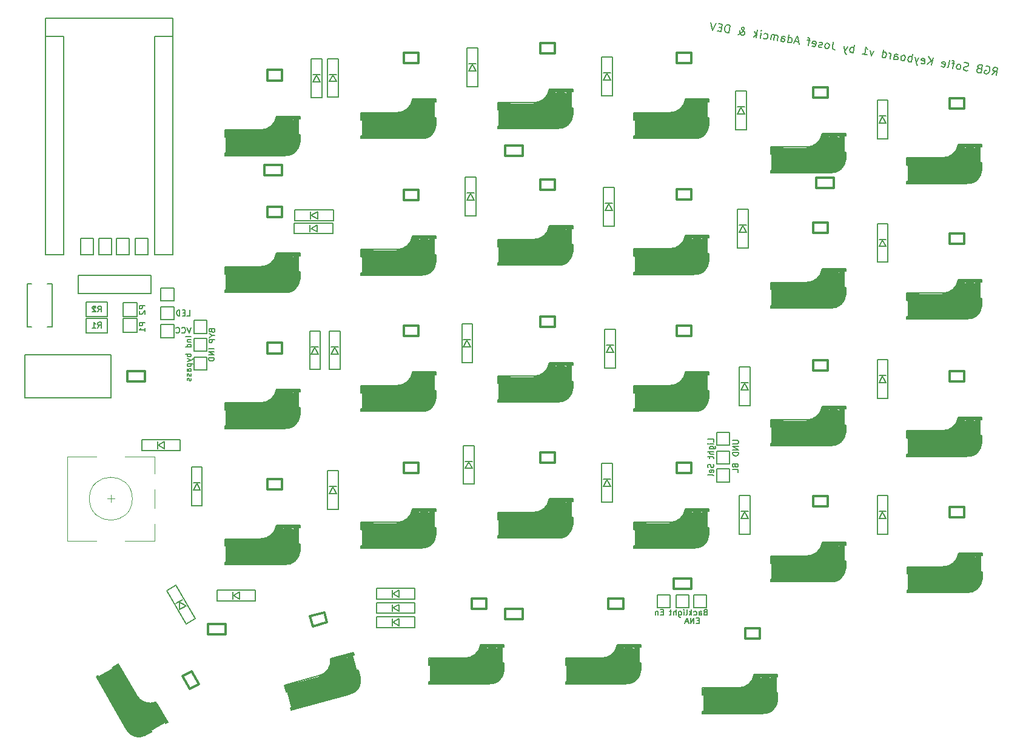
<source format=gbo>
G04 #@! TF.GenerationSoftware,KiCad,Pcbnew,(5.1.6)-1*
G04 #@! TF.CreationDate,2020-10-02T00:10:23+10:00*
G04 #@! TF.ProjectId,SofleKeyboard,536f666c-654b-4657-9962-6f6172642e6b,rev?*
G04 #@! TF.SameCoordinates,Original*
G04 #@! TF.FileFunction,Legend,Bot*
G04 #@! TF.FilePolarity,Positive*
%FSLAX46Y46*%
G04 Gerber Fmt 4.6, Leading zero omitted, Abs format (unit mm)*
G04 Created by KiCad (PCBNEW (5.1.6)-1) date 2020-10-02 00:10:23*
%MOMM*%
%LPD*%
G01*
G04 APERTURE LIST*
%ADD10C,0.150000*%
%ADD11C,0.200000*%
%ADD12C,0.300000*%
%ADD13C,3.500000*%
%ADD14C,0.500000*%
%ADD15C,0.400000*%
%ADD16C,1.000000*%
%ADD17C,3.000000*%
%ADD18C,0.800000*%
%ADD19C,0.120000*%
G04 APERTURE END LIST*
D10*
X184151904Y-96566666D02*
X184151904Y-96185714D01*
X183351904Y-96185714D01*
X184151904Y-96833333D02*
X183618571Y-96833333D01*
X183351904Y-96833333D02*
X183390000Y-96795238D01*
X183428095Y-96833333D01*
X183390000Y-96871428D01*
X183351904Y-96833333D01*
X183428095Y-96833333D01*
X183618571Y-97557142D02*
X184266190Y-97557142D01*
X184342380Y-97519047D01*
X184380476Y-97480952D01*
X184418571Y-97404761D01*
X184418571Y-97290476D01*
X184380476Y-97214285D01*
X184113809Y-97557142D02*
X184151904Y-97480952D01*
X184151904Y-97328571D01*
X184113809Y-97252380D01*
X184075714Y-97214285D01*
X183999523Y-97176190D01*
X183770952Y-97176190D01*
X183694761Y-97214285D01*
X183656666Y-97252380D01*
X183618571Y-97328571D01*
X183618571Y-97480952D01*
X183656666Y-97557142D01*
X184151904Y-97938095D02*
X183351904Y-97938095D01*
X184151904Y-98280952D02*
X183732857Y-98280952D01*
X183656666Y-98242857D01*
X183618571Y-98166666D01*
X183618571Y-98052380D01*
X183656666Y-97976190D01*
X183694761Y-97938095D01*
X183618571Y-98547619D02*
X183618571Y-98852380D01*
X183351904Y-98661904D02*
X184037619Y-98661904D01*
X184113809Y-98700000D01*
X184151904Y-98776190D01*
X184151904Y-98852380D01*
X184113809Y-99690476D02*
X184151904Y-99804761D01*
X184151904Y-99995238D01*
X184113809Y-100071428D01*
X184075714Y-100109523D01*
X183999523Y-100147619D01*
X183923333Y-100147619D01*
X183847142Y-100109523D01*
X183809047Y-100071428D01*
X183770952Y-99995238D01*
X183732857Y-99842857D01*
X183694761Y-99766666D01*
X183656666Y-99728571D01*
X183580476Y-99690476D01*
X183504285Y-99690476D01*
X183428095Y-99728571D01*
X183390000Y-99766666D01*
X183351904Y-99842857D01*
X183351904Y-100033333D01*
X183390000Y-100147619D01*
X184113809Y-100795238D02*
X184151904Y-100719047D01*
X184151904Y-100566666D01*
X184113809Y-100490476D01*
X184037619Y-100452380D01*
X183732857Y-100452380D01*
X183656666Y-100490476D01*
X183618571Y-100566666D01*
X183618571Y-100719047D01*
X183656666Y-100795238D01*
X183732857Y-100833333D01*
X183809047Y-100833333D01*
X183885238Y-100452380D01*
X184151904Y-101290476D02*
X184113809Y-101214285D01*
X184037619Y-101176190D01*
X183351904Y-101176190D01*
X187152857Y-99903333D02*
X187190952Y-100017619D01*
X187229047Y-100055714D01*
X187305238Y-100093809D01*
X187419523Y-100093809D01*
X187495714Y-100055714D01*
X187533809Y-100017619D01*
X187571904Y-99941428D01*
X187571904Y-99636666D01*
X186771904Y-99636666D01*
X186771904Y-99903333D01*
X186810000Y-99979523D01*
X186848095Y-100017619D01*
X186924285Y-100055714D01*
X187000476Y-100055714D01*
X187076666Y-100017619D01*
X187114761Y-99979523D01*
X187152857Y-99903333D01*
X187152857Y-99636666D01*
X187571904Y-100817619D02*
X187571904Y-100436666D01*
X186771904Y-100436666D01*
X186831904Y-96372380D02*
X187479523Y-96372380D01*
X187555714Y-96410476D01*
X187593809Y-96448571D01*
X187631904Y-96524761D01*
X187631904Y-96677142D01*
X187593809Y-96753333D01*
X187555714Y-96791428D01*
X187479523Y-96829523D01*
X186831904Y-96829523D01*
X187631904Y-97210476D02*
X186831904Y-97210476D01*
X187631904Y-97667619D01*
X186831904Y-97667619D01*
X187631904Y-98048571D02*
X186831904Y-98048571D01*
X186831904Y-98239047D01*
X186870000Y-98353333D01*
X186946190Y-98429523D01*
X187022380Y-98467619D01*
X187174761Y-98505714D01*
X187289047Y-98505714D01*
X187441428Y-98467619D01*
X187517619Y-98429523D01*
X187593809Y-98353333D01*
X187631904Y-98239047D01*
X187631904Y-98048571D01*
X183012380Y-120342857D02*
X182898095Y-120380952D01*
X182860000Y-120419047D01*
X182821904Y-120495238D01*
X182821904Y-120609523D01*
X182860000Y-120685714D01*
X182898095Y-120723809D01*
X182974285Y-120761904D01*
X183279047Y-120761904D01*
X183279047Y-119961904D01*
X183012380Y-119961904D01*
X182936190Y-120000000D01*
X182898095Y-120038095D01*
X182860000Y-120114285D01*
X182860000Y-120190476D01*
X182898095Y-120266666D01*
X182936190Y-120304761D01*
X183012380Y-120342857D01*
X183279047Y-120342857D01*
X182136190Y-120761904D02*
X182136190Y-120342857D01*
X182174285Y-120266666D01*
X182250476Y-120228571D01*
X182402857Y-120228571D01*
X182479047Y-120266666D01*
X182136190Y-120723809D02*
X182212380Y-120761904D01*
X182402857Y-120761904D01*
X182479047Y-120723809D01*
X182517142Y-120647619D01*
X182517142Y-120571428D01*
X182479047Y-120495238D01*
X182402857Y-120457142D01*
X182212380Y-120457142D01*
X182136190Y-120419047D01*
X181412380Y-120723809D02*
X181488571Y-120761904D01*
X181640952Y-120761904D01*
X181717142Y-120723809D01*
X181755238Y-120685714D01*
X181793333Y-120609523D01*
X181793333Y-120380952D01*
X181755238Y-120304761D01*
X181717142Y-120266666D01*
X181640952Y-120228571D01*
X181488571Y-120228571D01*
X181412380Y-120266666D01*
X181069523Y-120761904D02*
X181069523Y-119961904D01*
X180993333Y-120457142D02*
X180764761Y-120761904D01*
X180764761Y-120228571D02*
X181069523Y-120533333D01*
X180307619Y-120761904D02*
X180383809Y-120723809D01*
X180421904Y-120647619D01*
X180421904Y-119961904D01*
X180002857Y-120761904D02*
X180002857Y-120228571D01*
X180002857Y-119961904D02*
X180040952Y-120000000D01*
X180002857Y-120038095D01*
X179964761Y-120000000D01*
X180002857Y-119961904D01*
X180002857Y-120038095D01*
X179279047Y-120228571D02*
X179279047Y-120876190D01*
X179317142Y-120952380D01*
X179355238Y-120990476D01*
X179431428Y-121028571D01*
X179545714Y-121028571D01*
X179621904Y-120990476D01*
X179279047Y-120723809D02*
X179355238Y-120761904D01*
X179507619Y-120761904D01*
X179583809Y-120723809D01*
X179621904Y-120685714D01*
X179660000Y-120609523D01*
X179660000Y-120380952D01*
X179621904Y-120304761D01*
X179583809Y-120266666D01*
X179507619Y-120228571D01*
X179355238Y-120228571D01*
X179279047Y-120266666D01*
X178898095Y-120761904D02*
X178898095Y-119961904D01*
X178555238Y-120761904D02*
X178555238Y-120342857D01*
X178593333Y-120266666D01*
X178669523Y-120228571D01*
X178783809Y-120228571D01*
X178860000Y-120266666D01*
X178898095Y-120304761D01*
X178288571Y-120228571D02*
X177983809Y-120228571D01*
X178174285Y-119961904D02*
X178174285Y-120647619D01*
X178136190Y-120723809D01*
X178060000Y-120761904D01*
X177983809Y-120761904D01*
X177107619Y-120342857D02*
X176840952Y-120342857D01*
X176726666Y-120761904D02*
X177107619Y-120761904D01*
X177107619Y-119961904D01*
X176726666Y-119961904D01*
X176383809Y-120228571D02*
X176383809Y-120761904D01*
X176383809Y-120304761D02*
X176345714Y-120266666D01*
X176269523Y-120228571D01*
X176155238Y-120228571D01*
X176079047Y-120266666D01*
X176040952Y-120342857D01*
X176040952Y-120761904D01*
X182123333Y-121492857D02*
X181856666Y-121492857D01*
X181742380Y-121911904D02*
X182123333Y-121911904D01*
X182123333Y-121111904D01*
X181742380Y-121111904D01*
X181399523Y-121911904D02*
X181399523Y-121111904D01*
X180942380Y-121911904D01*
X180942380Y-121111904D01*
X180599523Y-121683333D02*
X180218571Y-121683333D01*
X180675714Y-121911904D02*
X180409047Y-121111904D01*
X180142380Y-121911904D01*
X114431904Y-83580952D02*
X113631904Y-83580952D01*
X114431904Y-83961904D02*
X113631904Y-83961904D01*
X114431904Y-84419047D01*
X113631904Y-84419047D01*
X114431904Y-84800000D02*
X113631904Y-84800000D01*
X113631904Y-84990476D01*
X113670000Y-85104761D01*
X113746190Y-85180952D01*
X113822380Y-85219047D01*
X113974761Y-85257142D01*
X114089047Y-85257142D01*
X114241428Y-85219047D01*
X114317619Y-85180952D01*
X114393809Y-85104761D01*
X114431904Y-84990476D01*
X114431904Y-84800000D01*
X114092857Y-81044285D02*
X114130952Y-81158571D01*
X114169047Y-81196666D01*
X114245238Y-81234761D01*
X114359523Y-81234761D01*
X114435714Y-81196666D01*
X114473809Y-81158571D01*
X114511904Y-81082380D01*
X114511904Y-80777619D01*
X113711904Y-80777619D01*
X113711904Y-81044285D01*
X113750000Y-81120476D01*
X113788095Y-81158571D01*
X113864285Y-81196666D01*
X113940476Y-81196666D01*
X114016666Y-81158571D01*
X114054761Y-81120476D01*
X114092857Y-81044285D01*
X114092857Y-80777619D01*
X114130952Y-81730000D02*
X114511904Y-81730000D01*
X113711904Y-81463333D02*
X114130952Y-81730000D01*
X113711904Y-81996666D01*
X114511904Y-82263333D02*
X113711904Y-82263333D01*
X113711904Y-82568095D01*
X113750000Y-82644285D01*
X113788095Y-82682380D01*
X113864285Y-82720476D01*
X113978571Y-82720476D01*
X114054761Y-82682380D01*
X114092857Y-82644285D01*
X114130952Y-82568095D01*
X114130952Y-82263333D01*
X111191904Y-81863333D02*
X110391904Y-81863333D01*
X110658571Y-82244285D02*
X111191904Y-82244285D01*
X110734761Y-82244285D02*
X110696666Y-82282380D01*
X110658571Y-82358571D01*
X110658571Y-82472857D01*
X110696666Y-82549047D01*
X110772857Y-82587142D01*
X111191904Y-82587142D01*
X111191904Y-83310952D02*
X110391904Y-83310952D01*
X111153809Y-83310952D02*
X111191904Y-83234761D01*
X111191904Y-83082380D01*
X111153809Y-83006190D01*
X111115714Y-82968095D01*
X111039523Y-82930000D01*
X110810952Y-82930000D01*
X110734761Y-82968095D01*
X110696666Y-83006190D01*
X110658571Y-83082380D01*
X110658571Y-83234761D01*
X110696666Y-83310952D01*
X111191904Y-84301428D02*
X110391904Y-84301428D01*
X110696666Y-84301428D02*
X110658571Y-84377619D01*
X110658571Y-84530000D01*
X110696666Y-84606190D01*
X110734761Y-84644285D01*
X110810952Y-84682380D01*
X111039523Y-84682380D01*
X111115714Y-84644285D01*
X111153809Y-84606190D01*
X111191904Y-84530000D01*
X111191904Y-84377619D01*
X111153809Y-84301428D01*
X110658571Y-84949047D02*
X111191904Y-85139523D01*
X110658571Y-85330000D02*
X111191904Y-85139523D01*
X111382380Y-85063333D01*
X111420476Y-85025238D01*
X111458571Y-84949047D01*
X110658571Y-85634761D02*
X111458571Y-85634761D01*
X110696666Y-85634761D02*
X110658571Y-85710952D01*
X110658571Y-85863333D01*
X110696666Y-85939523D01*
X110734761Y-85977619D01*
X110810952Y-86015714D01*
X111039523Y-86015714D01*
X111115714Y-85977619D01*
X111153809Y-85939523D01*
X111191904Y-85863333D01*
X111191904Y-85710952D01*
X111153809Y-85634761D01*
X111191904Y-86701428D02*
X110772857Y-86701428D01*
X110696666Y-86663333D01*
X110658571Y-86587142D01*
X110658571Y-86434761D01*
X110696666Y-86358571D01*
X111153809Y-86701428D02*
X111191904Y-86625238D01*
X111191904Y-86434761D01*
X111153809Y-86358571D01*
X111077619Y-86320476D01*
X111001428Y-86320476D01*
X110925238Y-86358571D01*
X110887142Y-86434761D01*
X110887142Y-86625238D01*
X110849047Y-86701428D01*
X111153809Y-87044285D02*
X111191904Y-87120476D01*
X111191904Y-87272857D01*
X111153809Y-87349047D01*
X111077619Y-87387142D01*
X111039523Y-87387142D01*
X110963333Y-87349047D01*
X110925238Y-87272857D01*
X110925238Y-87158571D01*
X110887142Y-87082380D01*
X110810952Y-87044285D01*
X110772857Y-87044285D01*
X110696666Y-87082380D01*
X110658571Y-87158571D01*
X110658571Y-87272857D01*
X110696666Y-87349047D01*
X111153809Y-87691904D02*
X111191904Y-87768095D01*
X111191904Y-87920476D01*
X111153809Y-87996666D01*
X111077619Y-88034761D01*
X111039523Y-88034761D01*
X110963333Y-87996666D01*
X110925238Y-87920476D01*
X110925238Y-87806190D01*
X110887142Y-87730000D01*
X110810952Y-87691904D01*
X110772857Y-87691904D01*
X110696666Y-87730000D01*
X110658571Y-87806190D01*
X110658571Y-87920476D01*
X110696666Y-87996666D01*
D11*
X223045572Y-45302021D02*
X223489666Y-44842019D01*
X223666404Y-45400351D02*
X223838482Y-44313894D01*
X223424594Y-44248340D01*
X223312927Y-44283688D01*
X223252997Y-44327230D01*
X223184873Y-44422508D01*
X223160290Y-44577716D01*
X223195638Y-44689382D01*
X223239180Y-44749312D01*
X223334458Y-44817437D01*
X223748346Y-44882990D01*
X222174734Y-44103416D02*
X222286401Y-44068068D01*
X222441609Y-44092651D01*
X222588623Y-44168969D01*
X222675706Y-44288830D01*
X222711054Y-44400496D01*
X222730013Y-44615634D01*
X222705431Y-44770843D01*
X222620918Y-44969593D01*
X222552794Y-45064871D01*
X222432933Y-45151954D01*
X222269531Y-45179108D01*
X222166059Y-45162719D01*
X222019045Y-45086401D01*
X221975503Y-45026471D01*
X222032862Y-44664318D01*
X222239806Y-44697095D01*
X221221474Y-44429739D02*
X221058071Y-44456893D01*
X220998141Y-44500434D01*
X220930017Y-44595712D01*
X220905434Y-44750921D01*
X220940782Y-44862587D01*
X220984324Y-44922517D01*
X221079601Y-44990642D01*
X221493490Y-45056195D01*
X221665568Y-43969738D01*
X221303415Y-43912379D01*
X221191749Y-43947726D01*
X221131819Y-43991268D01*
X221063694Y-44086546D01*
X221047306Y-44190018D01*
X221082654Y-44301684D01*
X221126196Y-44361615D01*
X221221474Y-44429739D01*
X221583626Y-44487098D01*
X219639186Y-44709468D02*
X219475784Y-44736622D01*
X219217103Y-44695651D01*
X219121826Y-44627526D01*
X219078284Y-44567596D01*
X219042936Y-44455930D01*
X219059324Y-44352458D01*
X219127449Y-44257180D01*
X219187379Y-44213638D01*
X219299045Y-44178290D01*
X219514184Y-44159331D01*
X219625850Y-44123983D01*
X219685780Y-44080441D01*
X219753905Y-43985163D01*
X219770293Y-43881691D01*
X219734945Y-43770025D01*
X219691404Y-43710095D01*
X219596126Y-43641970D01*
X219337445Y-43600999D01*
X219174043Y-43628153D01*
X218389327Y-44564544D02*
X218500993Y-44529196D01*
X218560923Y-44485654D01*
X218629048Y-44390376D01*
X218678213Y-44079960D01*
X218642865Y-43968294D01*
X218599323Y-43908363D01*
X218504045Y-43840239D01*
X218348837Y-43815656D01*
X218237171Y-43851004D01*
X218177240Y-43894546D01*
X218109116Y-43989824D01*
X218059951Y-44300240D01*
X218095299Y-44411907D01*
X218138840Y-44471837D01*
X218234118Y-44539961D01*
X218389327Y-44564544D01*
X217831476Y-43733715D02*
X217417588Y-43668161D01*
X217561550Y-44433437D02*
X217709045Y-43502188D01*
X217673697Y-43390522D01*
X217578419Y-43322397D01*
X217474947Y-43306009D01*
X216785509Y-44310524D02*
X216897175Y-44275176D01*
X216965300Y-44179898D01*
X217112795Y-43248649D01*
X215965926Y-44127681D02*
X216061204Y-44195805D01*
X216268148Y-44228582D01*
X216379815Y-44193235D01*
X216447939Y-44097957D01*
X216513493Y-43684068D01*
X216478145Y-43572402D01*
X216382867Y-43504277D01*
X216175923Y-43471501D01*
X216064256Y-43506848D01*
X215996132Y-43602126D01*
X215979744Y-43705598D01*
X216480716Y-43891012D01*
X214612595Y-43966368D02*
X214784672Y-42879911D01*
X213991762Y-43868038D02*
X214555717Y-43320953D01*
X214163840Y-42781581D02*
X214686342Y-43500744D01*
X213120443Y-43677001D02*
X213215721Y-43745125D01*
X213422665Y-43777902D01*
X213534332Y-43742554D01*
X213602456Y-43647276D01*
X213668009Y-43233388D01*
X213632662Y-43121722D01*
X213537384Y-43053597D01*
X213330440Y-43020820D01*
X213218773Y-43056168D01*
X213150649Y-43151446D01*
X213134261Y-43254918D01*
X213635233Y-43440332D01*
X212813079Y-42938879D02*
X212439680Y-43622212D01*
X212295718Y-42856937D02*
X212439680Y-43622212D01*
X212502181Y-43897281D01*
X212545723Y-43957211D01*
X212641001Y-44025336D01*
X211767111Y-43515688D02*
X211939189Y-42429231D01*
X211873636Y-42843119D02*
X211778358Y-42774995D01*
X211571414Y-42742218D01*
X211459747Y-42777566D01*
X211399817Y-42821108D01*
X211331693Y-42916386D01*
X211282528Y-43226802D01*
X211317875Y-43338468D01*
X211361417Y-43398398D01*
X211456695Y-43466523D01*
X211663639Y-43499300D01*
X211775306Y-43463952D01*
X210628918Y-43335416D02*
X210740584Y-43300068D01*
X210800515Y-43256526D01*
X210868639Y-43161248D01*
X210917804Y-42850832D01*
X210882457Y-42739166D01*
X210838915Y-42679236D01*
X210743637Y-42611111D01*
X210588429Y-42586529D01*
X210476762Y-42621876D01*
X210416832Y-42665418D01*
X210348708Y-42760696D01*
X210299543Y-43071112D01*
X210334890Y-43182779D01*
X210378432Y-43242709D01*
X210473710Y-43310833D01*
X210628918Y-43335416D01*
X209335517Y-43130561D02*
X209425653Y-42561465D01*
X209493777Y-42466187D01*
X209605444Y-42430839D01*
X209812388Y-42463616D01*
X209907666Y-42531740D01*
X209343711Y-43078825D02*
X209438989Y-43146950D01*
X209697669Y-43187921D01*
X209809335Y-43152573D01*
X209877460Y-43057295D01*
X209893848Y-42953823D01*
X209858501Y-42842157D01*
X209763223Y-42774032D01*
X209504542Y-42733061D01*
X209409264Y-42664937D01*
X208818156Y-43048619D02*
X208932875Y-42324315D01*
X208900098Y-42531259D02*
X208864750Y-42419593D01*
X208821209Y-42359662D01*
X208725931Y-42291538D01*
X208622459Y-42275149D01*
X207679963Y-42868347D02*
X207852041Y-41781890D01*
X207688157Y-42816611D02*
X207783435Y-42884736D01*
X207990379Y-42917512D01*
X208102046Y-42882165D01*
X208161976Y-42838623D01*
X208230100Y-42743345D01*
X208279265Y-42432929D01*
X208243918Y-42321262D01*
X208200376Y-42261332D01*
X208105098Y-42193208D01*
X207898154Y-42160431D01*
X207786487Y-42195779D01*
X206553016Y-41947382D02*
X206179617Y-42630716D01*
X206035656Y-41865440D01*
X204937952Y-42434055D02*
X205558785Y-42532386D01*
X205248368Y-42483221D02*
X205420446Y-41396763D01*
X205499336Y-41568360D01*
X205586420Y-41688220D01*
X205681698Y-41756345D01*
X203644551Y-42229201D02*
X203816629Y-41142744D01*
X203751075Y-41556632D02*
X203655797Y-41488508D01*
X203448853Y-41455731D01*
X203337187Y-41491079D01*
X203277256Y-41534620D01*
X203209132Y-41629898D01*
X203159967Y-41940315D01*
X203195315Y-42051981D01*
X203238856Y-42111911D01*
X203334134Y-42180036D01*
X203541079Y-42212812D01*
X203652745Y-42177465D01*
X202879756Y-41365595D02*
X202506357Y-42048929D01*
X202362396Y-41283653D02*
X202506357Y-42048929D01*
X202568859Y-42323997D01*
X202612400Y-42383928D01*
X202707678Y-42452052D01*
X200867673Y-40675675D02*
X200744761Y-41451716D01*
X200771914Y-41615118D01*
X200858998Y-41734979D01*
X201006012Y-41811297D01*
X201109484Y-41827686D01*
X200023027Y-41655608D02*
X200134693Y-41620260D01*
X200194623Y-41576718D01*
X200262748Y-41481440D01*
X200311913Y-41171024D01*
X200276565Y-41059358D01*
X200233023Y-40999427D01*
X200137745Y-40931303D01*
X199982537Y-40906720D01*
X199870871Y-40942068D01*
X199810941Y-40985610D01*
X199742816Y-41080888D01*
X199693651Y-41391304D01*
X199728999Y-41502970D01*
X199772541Y-41562901D01*
X199867819Y-41631025D01*
X200023027Y-41655608D01*
X199255180Y-41480959D02*
X199143514Y-41516307D01*
X198936570Y-41483530D01*
X198841292Y-41415405D01*
X198805944Y-41303739D01*
X198814138Y-41252003D01*
X198882263Y-41156725D01*
X198993929Y-41121377D01*
X199149137Y-41145960D01*
X199260803Y-41110612D01*
X199328928Y-41015334D01*
X199337122Y-40963598D01*
X199301774Y-40851932D01*
X199206496Y-40783808D01*
X199051288Y-40759225D01*
X198939622Y-40794573D01*
X197910043Y-41267910D02*
X198005321Y-41336034D01*
X198212265Y-41368811D01*
X198323931Y-41333464D01*
X198392055Y-41238186D01*
X198457609Y-40824297D01*
X198422261Y-40712631D01*
X198326983Y-40644506D01*
X198120039Y-40611730D01*
X198008373Y-40647077D01*
X197940248Y-40742355D01*
X197923860Y-40845827D01*
X198424832Y-41031241D01*
X197654415Y-40537982D02*
X197240526Y-40472428D01*
X197384488Y-41237704D02*
X197531983Y-40306455D01*
X197496636Y-40194789D01*
X197401358Y-40126664D01*
X197297886Y-40110276D01*
X196036779Y-40706045D02*
X195519419Y-40624103D01*
X196091086Y-41032850D02*
X195901012Y-39889033D01*
X195366782Y-40918131D01*
X194539005Y-40787024D02*
X194711083Y-39700567D01*
X194547199Y-40735288D02*
X194642477Y-40803412D01*
X194849421Y-40836189D01*
X194961087Y-40800841D01*
X195021018Y-40757300D01*
X195089142Y-40662022D01*
X195138307Y-40351605D01*
X195102960Y-40239939D01*
X195059418Y-40180009D01*
X194964140Y-40111884D01*
X194757196Y-40079108D01*
X194645529Y-40114455D01*
X193556020Y-40631334D02*
X193646156Y-40062238D01*
X193714280Y-39966960D01*
X193825947Y-39931612D01*
X194032891Y-39964389D01*
X194128169Y-40032513D01*
X193564214Y-40579598D02*
X193659492Y-40647723D01*
X193918172Y-40688694D01*
X194029838Y-40653346D01*
X194097963Y-40558068D01*
X194114351Y-40454596D01*
X194079004Y-40342930D01*
X193983726Y-40274805D01*
X193725045Y-40233834D01*
X193629767Y-40165710D01*
X193038659Y-40549393D02*
X193153378Y-39825088D01*
X193136989Y-39928560D02*
X193093448Y-39868630D01*
X192998170Y-39800505D01*
X192842961Y-39775923D01*
X192731295Y-39811270D01*
X192663171Y-39906548D01*
X192573035Y-40475645D01*
X192663171Y-39906548D02*
X192627823Y-39794882D01*
X192532545Y-39726758D01*
X192377337Y-39702175D01*
X192265671Y-39737523D01*
X192197546Y-39832801D01*
X192107410Y-40401897D01*
X191132619Y-40194472D02*
X191227897Y-40262596D01*
X191434841Y-40295373D01*
X191546508Y-40260025D01*
X191606438Y-40216483D01*
X191674562Y-40121205D01*
X191723728Y-39810789D01*
X191688380Y-39699123D01*
X191644838Y-39639192D01*
X191549560Y-39571068D01*
X191342616Y-39538291D01*
X191230950Y-39573639D01*
X190658801Y-40172460D02*
X190773519Y-39448155D01*
X190830879Y-39086003D02*
X190874420Y-39145933D01*
X190814490Y-39189475D01*
X190770948Y-39129545D01*
X190830879Y-39086003D01*
X190814490Y-39189475D01*
X190141440Y-40090518D02*
X190313518Y-39004061D01*
X190103521Y-39660241D02*
X189727552Y-40024965D01*
X189842270Y-39300660D02*
X190190605Y-39780102D01*
X187554637Y-39680809D02*
X187606373Y-39689003D01*
X187718040Y-39653655D01*
X187897830Y-39523030D01*
X188205676Y-39253584D01*
X188333730Y-39114765D01*
X188410049Y-38967751D01*
X188426437Y-38864278D01*
X188391090Y-38752612D01*
X188295812Y-38684488D01*
X188244076Y-38676294D01*
X188132409Y-38711641D01*
X188064285Y-38806919D01*
X188056091Y-38858655D01*
X188091438Y-38970321D01*
X188134980Y-39030252D01*
X188412620Y-39286361D01*
X188456162Y-39346291D01*
X188491510Y-39457958D01*
X188466927Y-39613166D01*
X188398803Y-39708444D01*
X188338872Y-39751986D01*
X188227206Y-39787333D01*
X188071998Y-39762751D01*
X187976720Y-39694626D01*
X187933178Y-39634696D01*
X187810747Y-39403169D01*
X187783593Y-39239767D01*
X187799981Y-39136295D01*
X186261236Y-39475954D02*
X186433314Y-38389497D01*
X186174633Y-38348526D01*
X186011231Y-38375680D01*
X185891371Y-38462763D01*
X185823246Y-38558041D01*
X185738733Y-38756791D01*
X185714151Y-38911999D01*
X185733110Y-39127138D01*
X185768458Y-39238804D01*
X185855542Y-39358665D01*
X186002556Y-39434983D01*
X186261236Y-39475954D01*
X185264915Y-38734780D02*
X184902762Y-38677420D01*
X184657418Y-39221934D02*
X185174779Y-39303876D01*
X185346857Y-38217419D01*
X184829496Y-38135477D01*
X184519080Y-38086312D02*
X183984849Y-39115410D01*
X183794775Y-37971593D01*
D12*
X115985800Y-123475000D02*
X113535800Y-123475000D01*
X115985800Y-122025000D02*
X115985800Y-123475000D01*
X113535800Y-123475000D02*
X113535800Y-122025000D01*
X113535800Y-122025000D02*
X115955800Y-122025000D01*
D10*
X221370000Y-57600000D02*
X221370000Y-55360000D01*
X211100000Y-60500000D02*
X219500001Y-60500000D01*
D13*
X213100000Y-58700000D02*
X219800000Y-58700000D01*
D10*
X211100000Y-60150000D02*
X211100000Y-60500000D01*
D14*
X211400000Y-57200000D02*
X212800000Y-57200000D01*
D10*
X211100000Y-56900000D02*
X211100000Y-57900000D01*
D12*
X221500000Y-57700001D02*
X221500000Y-58600000D01*
D10*
X211320000Y-57900000D02*
X211320000Y-60150000D01*
X221600000Y-55000000D02*
X221600000Y-55360000D01*
D15*
X211300000Y-60300000D02*
X212700000Y-60300000D01*
D10*
X221400000Y-55360000D02*
X221600000Y-55360000D01*
X221600000Y-55000000D02*
X218320000Y-55000000D01*
X211100000Y-57900000D02*
X211300000Y-57900000D01*
X221600000Y-58600000D02*
X221600000Y-57600000D01*
X211300000Y-60150000D02*
X211100000Y-60150000D01*
X221600000Y-57600000D02*
X221400000Y-57600000D01*
X216100000Y-56900000D02*
X211100000Y-56900000D01*
D14*
X221400000Y-55200000D02*
X218700000Y-55200000D01*
D16*
X211800000Y-59900000D02*
X211800000Y-57400000D01*
D15*
X211300000Y-57800000D02*
X211300000Y-57100000D01*
D17*
X219870000Y-59000000D02*
X219870000Y-56760000D01*
D18*
X221000000Y-55500000D02*
X221000000Y-57299999D01*
D12*
X217070600Y-48550000D02*
X219120600Y-48550000D01*
X217070600Y-50000000D02*
X217070600Y-48550000D01*
X219120600Y-50000000D02*
X217070600Y-50000000D01*
X219120600Y-48550000D02*
X219120600Y-50000000D01*
D16*
X218716318Y-55421471D02*
G75*
G02*
X216500000Y-57300000I-2151318J291471D01*
G01*
D10*
X221600000Y-58599999D02*
G75*
G02*
X219500001Y-60500000I-2000000J99999D01*
G01*
X218316318Y-55021471D02*
G75*
G02*
X216100000Y-56900000I-2151318J291471D01*
G01*
X202370000Y-113200000D02*
X202370000Y-110960000D01*
X192100000Y-116100000D02*
X200500001Y-116100000D01*
D13*
X194100000Y-114300000D02*
X200800000Y-114300000D01*
D10*
X192100000Y-115750000D02*
X192100000Y-116100000D01*
D14*
X192400000Y-112800000D02*
X193800000Y-112800000D01*
D10*
X192100000Y-112500000D02*
X192100000Y-113500000D01*
D12*
X202500000Y-113300001D02*
X202500000Y-114200000D01*
D10*
X192320000Y-113500000D02*
X192320000Y-115750000D01*
X202600000Y-110600000D02*
X202600000Y-110960000D01*
D15*
X192300000Y-115900000D02*
X193700000Y-115900000D01*
D10*
X202400000Y-110960000D02*
X202600000Y-110960000D01*
X202600000Y-110600000D02*
X199320000Y-110600000D01*
X192100000Y-113500000D02*
X192300000Y-113500000D01*
X202600000Y-114200000D02*
X202600000Y-113200000D01*
X192300000Y-115750000D02*
X192100000Y-115750000D01*
X202600000Y-113200000D02*
X202400000Y-113200000D01*
X197100000Y-112500000D02*
X192100000Y-112500000D01*
D14*
X202400000Y-110800000D02*
X199700000Y-110800000D01*
D16*
X192800000Y-115500000D02*
X192800000Y-113000000D01*
D15*
X192300000Y-113400000D02*
X192300000Y-112700000D01*
D17*
X200870000Y-114600000D02*
X200870000Y-112360000D01*
D18*
X202000000Y-111100000D02*
X202000000Y-112899999D01*
D12*
X198070600Y-104150000D02*
X200120600Y-104150000D01*
X198070600Y-105600000D02*
X198070600Y-104150000D01*
X200120600Y-105600000D02*
X198070600Y-105600000D01*
X200120600Y-104150000D02*
X200120600Y-105600000D01*
D16*
X199716318Y-111021471D02*
G75*
G02*
X197500000Y-112900000I-2151318J291471D01*
G01*
D10*
X202600000Y-114199999D02*
G75*
G02*
X200500001Y-116100000I-2000000J99999D01*
G01*
X199316318Y-110621471D02*
G75*
G02*
X197100000Y-112500000I-2151318J291471D01*
G01*
X221370000Y-76500000D02*
X221370000Y-74260000D01*
X211100000Y-79400000D02*
X219500001Y-79400000D01*
D13*
X213100000Y-77600000D02*
X219800000Y-77600000D01*
D10*
X211100000Y-79050000D02*
X211100000Y-79400000D01*
D14*
X211400000Y-76100000D02*
X212800000Y-76100000D01*
D10*
X211100000Y-75800000D02*
X211100000Y-76800000D01*
D12*
X221500000Y-76600001D02*
X221500000Y-77500000D01*
D10*
X211320000Y-76800000D02*
X211320000Y-79050000D01*
X221600000Y-73900000D02*
X221600000Y-74260000D01*
D15*
X211300000Y-79200000D02*
X212700000Y-79200000D01*
D10*
X221400000Y-74260000D02*
X221600000Y-74260000D01*
X221600000Y-73900000D02*
X218320000Y-73900000D01*
X211100000Y-76800000D02*
X211300000Y-76800000D01*
X221600000Y-77500000D02*
X221600000Y-76500000D01*
X211300000Y-79050000D02*
X211100000Y-79050000D01*
X221600000Y-76500000D02*
X221400000Y-76500000D01*
X216100000Y-75800000D02*
X211100000Y-75800000D01*
D14*
X221400000Y-74100000D02*
X218700000Y-74100000D01*
D16*
X211800000Y-78800000D02*
X211800000Y-76300000D01*
D15*
X211300000Y-76700000D02*
X211300000Y-76000000D01*
D17*
X219870000Y-77900000D02*
X219870000Y-75660000D01*
D18*
X221000000Y-74400000D02*
X221000000Y-76199999D01*
D12*
X217070600Y-67450000D02*
X219120600Y-67450000D01*
X217070600Y-68900000D02*
X217070600Y-67450000D01*
X219120600Y-68900000D02*
X217070600Y-68900000D01*
X219120600Y-67450000D02*
X219120600Y-68900000D01*
D16*
X218716318Y-74321471D02*
G75*
G02*
X216500000Y-76200000I-2151318J291471D01*
G01*
D10*
X221600000Y-77499999D02*
G75*
G02*
X219500001Y-79400000I-2000000J99999D01*
G01*
X218316318Y-73921471D02*
G75*
G02*
X216100000Y-75800000I-2151318J291471D01*
G01*
X202370000Y-75000000D02*
X202370000Y-72760000D01*
X192100000Y-77900000D02*
X200500001Y-77900000D01*
D13*
X194100000Y-76100000D02*
X200800000Y-76100000D01*
D10*
X192100000Y-77550000D02*
X192100000Y-77900000D01*
D14*
X192400000Y-74600000D02*
X193800000Y-74600000D01*
D10*
X192100000Y-74300000D02*
X192100000Y-75300000D01*
D12*
X202500000Y-75100001D02*
X202500000Y-76000000D01*
D10*
X192320000Y-75300000D02*
X192320000Y-77550000D01*
X202600000Y-72400000D02*
X202600000Y-72760000D01*
D15*
X192300000Y-77700000D02*
X193700000Y-77700000D01*
D10*
X202400000Y-72760000D02*
X202600000Y-72760000D01*
X202600000Y-72400000D02*
X199320000Y-72400000D01*
X192100000Y-75300000D02*
X192300000Y-75300000D01*
X202600000Y-76000000D02*
X202600000Y-75000000D01*
X192300000Y-77550000D02*
X192100000Y-77550000D01*
X202600000Y-75000000D02*
X202400000Y-75000000D01*
X197100000Y-74300000D02*
X192100000Y-74300000D01*
D14*
X202400000Y-72600000D02*
X199700000Y-72600000D01*
D16*
X192800000Y-77300000D02*
X192800000Y-74800000D01*
D15*
X192300000Y-75200000D02*
X192300000Y-74500000D01*
D17*
X200870000Y-76400000D02*
X200870000Y-74160000D01*
D18*
X202000000Y-72900000D02*
X202000000Y-74699999D01*
D12*
X198070600Y-65950000D02*
X200120600Y-65950000D01*
X198070600Y-67400000D02*
X198070600Y-65950000D01*
X200120600Y-67400000D02*
X198070600Y-67400000D01*
X200120600Y-65950000D02*
X200120600Y-67400000D01*
D16*
X199716318Y-72821471D02*
G75*
G02*
X197500000Y-74700000I-2151318J291471D01*
G01*
D10*
X202600000Y-75999999D02*
G75*
G02*
X200500001Y-77900000I-2000000J99999D01*
G01*
X199316318Y-72421471D02*
G75*
G02*
X197100000Y-74300000I-2151318J291471D01*
G01*
X202370000Y-94200000D02*
X202370000Y-91960000D01*
X192100000Y-97100000D02*
X200500001Y-97100000D01*
D13*
X194100000Y-95300000D02*
X200800000Y-95300000D01*
D10*
X192100000Y-96750000D02*
X192100000Y-97100000D01*
D14*
X192400000Y-93800000D02*
X193800000Y-93800000D01*
D10*
X192100000Y-93500000D02*
X192100000Y-94500000D01*
D12*
X202500000Y-94300001D02*
X202500000Y-95200000D01*
D10*
X192320000Y-94500000D02*
X192320000Y-96750000D01*
X202600000Y-91600000D02*
X202600000Y-91960000D01*
D15*
X192300000Y-96900000D02*
X193700000Y-96900000D01*
D10*
X202400000Y-91960000D02*
X202600000Y-91960000D01*
X202600000Y-91600000D02*
X199320000Y-91600000D01*
X192100000Y-94500000D02*
X192300000Y-94500000D01*
X202600000Y-95200000D02*
X202600000Y-94200000D01*
X192300000Y-96750000D02*
X192100000Y-96750000D01*
X202600000Y-94200000D02*
X202400000Y-94200000D01*
X197100000Y-93500000D02*
X192100000Y-93500000D01*
D14*
X202400000Y-91800000D02*
X199700000Y-91800000D01*
D16*
X192800000Y-96500000D02*
X192800000Y-94000000D01*
D15*
X192300000Y-94400000D02*
X192300000Y-93700000D01*
D17*
X200870000Y-95600000D02*
X200870000Y-93360000D01*
D18*
X202000000Y-92100000D02*
X202000000Y-93899999D01*
D12*
X198070600Y-85150000D02*
X200120600Y-85150000D01*
X198070600Y-86600000D02*
X198070600Y-85150000D01*
X200120600Y-86600000D02*
X198070600Y-86600000D01*
X200120600Y-85150000D02*
X200120600Y-86600000D01*
D16*
X199716318Y-92021471D02*
G75*
G02*
X197500000Y-93900000I-2151318J291471D01*
G01*
D10*
X202600000Y-95199999D02*
G75*
G02*
X200500001Y-97100000I-2000000J99999D01*
G01*
X199316318Y-91621471D02*
G75*
G02*
X197100000Y-93500000I-2151318J291471D01*
G01*
X145170000Y-51300000D02*
X145170000Y-49060000D01*
X134900000Y-54200000D02*
X143300001Y-54200000D01*
D13*
X136900000Y-52400000D02*
X143600000Y-52400000D01*
D10*
X134900000Y-53850000D02*
X134900000Y-54200000D01*
D14*
X135200000Y-50900000D02*
X136600000Y-50900000D01*
D10*
X134900000Y-50600000D02*
X134900000Y-51600000D01*
D12*
X145300000Y-51400001D02*
X145300000Y-52300000D01*
D10*
X135120000Y-51600000D02*
X135120000Y-53850000D01*
X145400000Y-48700000D02*
X145400000Y-49060000D01*
D15*
X135100000Y-54000000D02*
X136500000Y-54000000D01*
D10*
X145200000Y-49060000D02*
X145400000Y-49060000D01*
X145400000Y-48700000D02*
X142120000Y-48700000D01*
X134900000Y-51600000D02*
X135100000Y-51600000D01*
X145400000Y-52300000D02*
X145400000Y-51300000D01*
X135100000Y-53850000D02*
X134900000Y-53850000D01*
X145400000Y-51300000D02*
X145200000Y-51300000D01*
X139900000Y-50600000D02*
X134900000Y-50600000D01*
D14*
X145200000Y-48900000D02*
X142500000Y-48900000D01*
D16*
X135600000Y-53600000D02*
X135600000Y-51100000D01*
D15*
X135100000Y-51500000D02*
X135100000Y-50800000D01*
D17*
X143670000Y-52700000D02*
X143670000Y-50460000D01*
D18*
X144800000Y-49200000D02*
X144800000Y-50999999D01*
D12*
X140870600Y-42250000D02*
X142920600Y-42250000D01*
X140870600Y-43700000D02*
X140870600Y-42250000D01*
X142920600Y-43700000D02*
X140870600Y-43700000D01*
X142920600Y-42250000D02*
X142920600Y-43700000D01*
D16*
X142516318Y-49121471D02*
G75*
G02*
X140300000Y-51000000I-2151318J291471D01*
G01*
D10*
X145400000Y-52299999D02*
G75*
G02*
X143300001Y-54200000I-2000000J99999D01*
G01*
X142116318Y-48721471D02*
G75*
G02*
X139900000Y-50600000I-2151318J291471D01*
G01*
X142475000Y-118500000D02*
X142475000Y-117000000D01*
X137075000Y-118500000D02*
X142475000Y-118500000D01*
X137075000Y-117000000D02*
X137075000Y-118500000D01*
X142475000Y-117000000D02*
X137075000Y-117000000D01*
X140275000Y-118250000D02*
X139375000Y-117750000D01*
X140275000Y-117250000D02*
X140275000Y-118250000D01*
X139375000Y-117750000D02*
X140275000Y-117250000D01*
X139275000Y-117250000D02*
X139275000Y-118250000D01*
X142475000Y-120500000D02*
X142475000Y-119000000D01*
X137075000Y-120500000D02*
X142475000Y-120500000D01*
X137075000Y-119000000D02*
X137075000Y-120500000D01*
X142475000Y-119000000D02*
X137075000Y-119000000D01*
X140275000Y-120250000D02*
X139375000Y-119750000D01*
X140275000Y-119250000D02*
X140275000Y-120250000D01*
X139375000Y-119750000D02*
X140275000Y-119250000D01*
X139275000Y-119250000D02*
X139275000Y-120250000D01*
X142475000Y-122500000D02*
X142475000Y-121000000D01*
X137075000Y-122500000D02*
X142475000Y-122500000D01*
X137075000Y-121000000D02*
X137075000Y-122500000D01*
X142475000Y-121000000D02*
X137075000Y-121000000D01*
X140275000Y-122250000D02*
X139375000Y-121750000D01*
X140275000Y-121250000D02*
X140275000Y-122250000D01*
X139375000Y-121750000D02*
X140275000Y-121250000D01*
X139275000Y-121250000D02*
X139275000Y-122250000D01*
X120200000Y-118750000D02*
X120200000Y-117250000D01*
X114800000Y-118750000D02*
X120200000Y-118750000D01*
X114800000Y-117250000D02*
X114800000Y-118750000D01*
X120200000Y-117250000D02*
X114800000Y-117250000D01*
X118000000Y-118500000D02*
X117100000Y-118000000D01*
X118000000Y-117500000D02*
X118000000Y-118500000D01*
X117100000Y-118000000D02*
X118000000Y-117500000D01*
X117000000Y-117500000D02*
X117000000Y-118500000D01*
X110500481Y-122013269D02*
X111799519Y-121263269D01*
X107800481Y-117336731D02*
X110500481Y-122013269D01*
X109099519Y-116586731D02*
X107800481Y-117336731D01*
X111799519Y-121263269D02*
X109099519Y-116586731D01*
X109616987Y-119983013D02*
X109600000Y-118953590D01*
X110483013Y-119483013D02*
X109616987Y-119983013D01*
X109600000Y-118953590D02*
X110483013Y-119483013D01*
X109983013Y-118616987D02*
X109116987Y-119116987D01*
X109700000Y-97750000D02*
X109700000Y-96250000D01*
X104300000Y-97750000D02*
X109700000Y-97750000D01*
X104300000Y-96250000D02*
X104300000Y-97750000D01*
X109700000Y-96250000D02*
X104300000Y-96250000D01*
X107500000Y-97500000D02*
X106600000Y-97000000D01*
X107500000Y-96500000D02*
X107500000Y-97500000D01*
X106600000Y-97000000D02*
X107500000Y-96500000D01*
X106500000Y-96500000D02*
X106500000Y-97500000D01*
X207000000Y-109450000D02*
X208500000Y-109450000D01*
X207000000Y-104050000D02*
X207000000Y-109450000D01*
X208500000Y-104050000D02*
X207000000Y-104050000D01*
X208500000Y-109450000D02*
X208500000Y-104050000D01*
X207250000Y-107250000D02*
X207750000Y-106350000D01*
X208250000Y-107250000D02*
X207250000Y-107250000D01*
X207750000Y-106350000D02*
X208250000Y-107250000D01*
X208250000Y-106250000D02*
X207250000Y-106250000D01*
X187750000Y-109450000D02*
X189250000Y-109450000D01*
X187750000Y-104050000D02*
X187750000Y-109450000D01*
X189250000Y-104050000D02*
X187750000Y-104050000D01*
X189250000Y-109450000D02*
X189250000Y-104050000D01*
X188000000Y-107250000D02*
X188500000Y-106350000D01*
X189000000Y-107250000D02*
X188000000Y-107250000D01*
X188500000Y-106350000D02*
X189000000Y-107250000D01*
X189000000Y-106250000D02*
X188000000Y-106250000D01*
X168500000Y-104950000D02*
X170000000Y-104950000D01*
X168500000Y-99550000D02*
X168500000Y-104950000D01*
X170000000Y-99550000D02*
X168500000Y-99550000D01*
X170000000Y-104950000D02*
X170000000Y-99550000D01*
X168750000Y-102750000D02*
X169250000Y-101850000D01*
X169750000Y-102750000D02*
X168750000Y-102750000D01*
X169250000Y-101850000D02*
X169750000Y-102750000D01*
X169750000Y-101750000D02*
X168750000Y-101750000D01*
X149250000Y-102475000D02*
X150750000Y-102475000D01*
X149250000Y-97075000D02*
X149250000Y-102475000D01*
X150750000Y-97075000D02*
X149250000Y-97075000D01*
X150750000Y-102475000D02*
X150750000Y-97075000D01*
X149500000Y-100275000D02*
X150000000Y-99375000D01*
X150500000Y-100275000D02*
X149500000Y-100275000D01*
X150000000Y-99375000D02*
X150500000Y-100275000D01*
X150500000Y-99275000D02*
X149500000Y-99275000D01*
X130250000Y-105975000D02*
X131750000Y-105975000D01*
X130250000Y-100575000D02*
X130250000Y-105975000D01*
X131750000Y-100575000D02*
X130250000Y-100575000D01*
X131750000Y-105975000D02*
X131750000Y-100575000D01*
X130500000Y-103775000D02*
X131000000Y-102875000D01*
X131500000Y-103775000D02*
X130500000Y-103775000D01*
X131000000Y-102875000D02*
X131500000Y-103775000D01*
X131500000Y-102775000D02*
X130500000Y-102775000D01*
X111250000Y-105450000D02*
X112750000Y-105450000D01*
X111250000Y-100050000D02*
X111250000Y-105450000D01*
X112750000Y-100050000D02*
X111250000Y-100050000D01*
X112750000Y-105450000D02*
X112750000Y-100050000D01*
X111500000Y-103250000D02*
X112000000Y-102350000D01*
X112500000Y-103250000D02*
X111500000Y-103250000D01*
X112000000Y-102350000D02*
X112500000Y-103250000D01*
X112500000Y-102250000D02*
X111500000Y-102250000D01*
X207000000Y-90475000D02*
X208500000Y-90475000D01*
X207000000Y-85075000D02*
X207000000Y-90475000D01*
X208500000Y-85075000D02*
X207000000Y-85075000D01*
X208500000Y-90475000D02*
X208500000Y-85075000D01*
X207250000Y-88275000D02*
X207750000Y-87375000D01*
X208250000Y-88275000D02*
X207250000Y-88275000D01*
X207750000Y-87375000D02*
X208250000Y-88275000D01*
X208250000Y-87275000D02*
X207250000Y-87275000D01*
X187750000Y-91475000D02*
X189250000Y-91475000D01*
X187750000Y-86075000D02*
X187750000Y-91475000D01*
X189250000Y-86075000D02*
X187750000Y-86075000D01*
X189250000Y-91475000D02*
X189250000Y-86075000D01*
X188000000Y-89275000D02*
X188500000Y-88375000D01*
X189000000Y-89275000D02*
X188000000Y-89275000D01*
X188500000Y-88375000D02*
X189000000Y-89275000D01*
X189000000Y-88275000D02*
X188000000Y-88275000D01*
X168975000Y-86225000D02*
X170475000Y-86225000D01*
X168975000Y-80825000D02*
X168975000Y-86225000D01*
X170475000Y-80825000D02*
X168975000Y-80825000D01*
X170475000Y-86225000D02*
X170475000Y-80825000D01*
X169225000Y-84025000D02*
X169725000Y-83125000D01*
X170225000Y-84025000D02*
X169225000Y-84025000D01*
X169725000Y-83125000D02*
X170225000Y-84025000D01*
X170225000Y-83025000D02*
X169225000Y-83025000D01*
X149000000Y-85475000D02*
X150500000Y-85475000D01*
X149000000Y-80075000D02*
X149000000Y-85475000D01*
X150500000Y-80075000D02*
X149000000Y-80075000D01*
X150500000Y-85475000D02*
X150500000Y-80075000D01*
X149250000Y-83275000D02*
X149750000Y-82375000D01*
X150250000Y-83275000D02*
X149250000Y-83275000D01*
X149750000Y-82375000D02*
X150250000Y-83275000D01*
X150250000Y-82275000D02*
X149250000Y-82275000D01*
X130500000Y-86475000D02*
X132000000Y-86475000D01*
X130500000Y-81075000D02*
X130500000Y-86475000D01*
X132000000Y-81075000D02*
X130500000Y-81075000D01*
X132000000Y-86475000D02*
X132000000Y-81075000D01*
X130750000Y-84275000D02*
X131250000Y-83375000D01*
X131750000Y-84275000D02*
X130750000Y-84275000D01*
X131250000Y-83375000D02*
X131750000Y-84275000D01*
X131750000Y-83275000D02*
X130750000Y-83275000D01*
X127750000Y-86475000D02*
X129250000Y-86475000D01*
X127750000Y-81075000D02*
X127750000Y-86475000D01*
X129250000Y-81075000D02*
X127750000Y-81075000D01*
X129250000Y-86475000D02*
X129250000Y-81075000D01*
X128000000Y-84275000D02*
X128500000Y-83375000D01*
X129000000Y-84275000D02*
X128000000Y-84275000D01*
X128500000Y-83375000D02*
X129000000Y-84275000D01*
X129000000Y-83275000D02*
X128000000Y-83275000D01*
X207000000Y-71475000D02*
X208500000Y-71475000D01*
X207000000Y-66075000D02*
X207000000Y-71475000D01*
X208500000Y-66075000D02*
X207000000Y-66075000D01*
X208500000Y-71475000D02*
X208500000Y-66075000D01*
X207250000Y-69275000D02*
X207750000Y-68375000D01*
X208250000Y-69275000D02*
X207250000Y-69275000D01*
X207750000Y-68375000D02*
X208250000Y-69275000D01*
X208250000Y-68275000D02*
X207250000Y-68275000D01*
X187500000Y-69475000D02*
X189000000Y-69475000D01*
X187500000Y-64075000D02*
X187500000Y-69475000D01*
X189000000Y-64075000D02*
X187500000Y-64075000D01*
X189000000Y-69475000D02*
X189000000Y-64075000D01*
X187750000Y-67275000D02*
X188250000Y-66375000D01*
X188750000Y-67275000D02*
X187750000Y-67275000D01*
X188250000Y-66375000D02*
X188750000Y-67275000D01*
X188750000Y-66275000D02*
X187750000Y-66275000D01*
X168750000Y-66450000D02*
X170250000Y-66450000D01*
X168750000Y-61050000D02*
X168750000Y-66450000D01*
X170250000Y-61050000D02*
X168750000Y-61050000D01*
X170250000Y-66450000D02*
X170250000Y-61050000D01*
X169000000Y-64250000D02*
X169500000Y-63350000D01*
X170000000Y-64250000D02*
X169000000Y-64250000D01*
X169500000Y-63350000D02*
X170000000Y-64250000D01*
X170000000Y-63250000D02*
X169000000Y-63250000D01*
X149500000Y-64975000D02*
X151000000Y-64975000D01*
X149500000Y-59575000D02*
X149500000Y-64975000D01*
X151000000Y-59575000D02*
X149500000Y-59575000D01*
X151000000Y-64975000D02*
X151000000Y-59575000D01*
X149750000Y-62775000D02*
X150250000Y-61875000D01*
X150750000Y-62775000D02*
X149750000Y-62775000D01*
X150250000Y-61875000D02*
X150750000Y-62775000D01*
X150750000Y-61775000D02*
X149750000Y-61775000D01*
X131075000Y-65650000D02*
X131075000Y-64150000D01*
X125675000Y-65650000D02*
X131075000Y-65650000D01*
X125675000Y-64150000D02*
X125675000Y-65650000D01*
X131075000Y-64150000D02*
X125675000Y-64150000D01*
X128875000Y-65400000D02*
X127975000Y-64900000D01*
X128875000Y-64400000D02*
X128875000Y-65400000D01*
X127975000Y-64900000D02*
X128875000Y-64400000D01*
X127875000Y-64400000D02*
X127875000Y-65400000D01*
X131025000Y-67500000D02*
X131025000Y-66000000D01*
X125625000Y-67500000D02*
X131025000Y-67500000D01*
X125625000Y-66000000D02*
X125625000Y-67500000D01*
X131025000Y-66000000D02*
X125625000Y-66000000D01*
X128825000Y-67250000D02*
X127925000Y-66750000D01*
X128825000Y-66250000D02*
X128825000Y-67250000D01*
X127925000Y-66750000D02*
X128825000Y-66250000D01*
X127825000Y-66250000D02*
X127825000Y-67250000D01*
X207000000Y-54225000D02*
X208500000Y-54225000D01*
X207000000Y-48825000D02*
X207000000Y-54225000D01*
X208500000Y-48825000D02*
X207000000Y-48825000D01*
X208500000Y-54225000D02*
X208500000Y-48825000D01*
X207250000Y-52025000D02*
X207750000Y-51125000D01*
X208250000Y-52025000D02*
X207250000Y-52025000D01*
X207750000Y-51125000D02*
X208250000Y-52025000D01*
X208250000Y-51025000D02*
X207250000Y-51025000D01*
X187250000Y-52950000D02*
X188750000Y-52950000D01*
X187250000Y-47550000D02*
X187250000Y-52950000D01*
X188750000Y-47550000D02*
X187250000Y-47550000D01*
X188750000Y-52950000D02*
X188750000Y-47550000D01*
X187500000Y-50750000D02*
X188000000Y-49850000D01*
X188500000Y-50750000D02*
X187500000Y-50750000D01*
X188000000Y-49850000D02*
X188500000Y-50750000D01*
X188500000Y-49750000D02*
X187500000Y-49750000D01*
X168500000Y-48225000D02*
X170000000Y-48225000D01*
X168500000Y-42825000D02*
X168500000Y-48225000D01*
X170000000Y-42825000D02*
X168500000Y-42825000D01*
X170000000Y-48225000D02*
X170000000Y-42825000D01*
X168750000Y-46025000D02*
X169250000Y-45125000D01*
X169750000Y-46025000D02*
X168750000Y-46025000D01*
X169250000Y-45125000D02*
X169750000Y-46025000D01*
X169750000Y-45025000D02*
X168750000Y-45025000D01*
X149750000Y-46950000D02*
X151250000Y-46950000D01*
X149750000Y-41550000D02*
X149750000Y-46950000D01*
X151250000Y-41550000D02*
X149750000Y-41550000D01*
X151250000Y-46950000D02*
X151250000Y-41550000D01*
X150000000Y-44750000D02*
X150500000Y-43850000D01*
X151000000Y-44750000D02*
X150000000Y-44750000D01*
X150500000Y-43850000D02*
X151000000Y-44750000D01*
X151000000Y-43750000D02*
X150000000Y-43750000D01*
X130250000Y-48450000D02*
X131750000Y-48450000D01*
X130250000Y-43050000D02*
X130250000Y-48450000D01*
X131750000Y-43050000D02*
X130250000Y-43050000D01*
X131750000Y-48450000D02*
X131750000Y-43050000D01*
X130500000Y-46250000D02*
X131000000Y-45350000D01*
X131500000Y-46250000D02*
X130500000Y-46250000D01*
X131000000Y-45350000D02*
X131500000Y-46250000D01*
X131500000Y-45250000D02*
X130500000Y-45250000D01*
X128000000Y-48475000D02*
X129500000Y-48475000D01*
X128000000Y-43075000D02*
X128000000Y-48475000D01*
X129500000Y-43075000D02*
X128000000Y-43075000D01*
X129500000Y-48475000D02*
X129500000Y-43075000D01*
X128250000Y-46275000D02*
X128750000Y-45375000D01*
X129250000Y-46275000D02*
X128250000Y-46275000D01*
X128750000Y-45375000D02*
X129250000Y-46275000D01*
X129250000Y-45275000D02*
X128250000Y-45275000D01*
X192870000Y-131600000D02*
X192870000Y-129360000D01*
X182600000Y-134500000D02*
X191000001Y-134500000D01*
D13*
X184600000Y-132700000D02*
X191300000Y-132700000D01*
D10*
X182600000Y-134150000D02*
X182600000Y-134500000D01*
D14*
X182900000Y-131200000D02*
X184300000Y-131200000D01*
D10*
X182600000Y-130900000D02*
X182600000Y-131900000D01*
D12*
X193000000Y-131700001D02*
X193000000Y-132600000D01*
D10*
X182820000Y-131900000D02*
X182820000Y-134150000D01*
X193100000Y-129000000D02*
X193100000Y-129360000D01*
D15*
X182800000Y-134300000D02*
X184200000Y-134300000D01*
D10*
X192900000Y-129360000D02*
X193100000Y-129360000D01*
X193100000Y-129000000D02*
X189820000Y-129000000D01*
X182600000Y-131900000D02*
X182800000Y-131900000D01*
X193100000Y-132600000D02*
X193100000Y-131600000D01*
X182800000Y-134150000D02*
X182600000Y-134150000D01*
X193100000Y-131600000D02*
X192900000Y-131600000D01*
X187600000Y-130900000D02*
X182600000Y-130900000D01*
D14*
X192900000Y-129200000D02*
X190200000Y-129200000D01*
D16*
X183300000Y-133900000D02*
X183300000Y-131400000D01*
D15*
X182800000Y-131800000D02*
X182800000Y-131100000D01*
D17*
X191370000Y-133000000D02*
X191370000Y-130760000D01*
D18*
X192500000Y-129500000D02*
X192500000Y-131299999D01*
D12*
X188570600Y-122550000D02*
X190620600Y-122550000D01*
X188570600Y-124000000D02*
X188570600Y-122550000D01*
X190620600Y-124000000D02*
X188570600Y-124000000D01*
X190620600Y-122550000D02*
X190620600Y-124000000D01*
D16*
X190216318Y-129421471D02*
G75*
G02*
X188000000Y-131300000I-2151318J291471D01*
G01*
D10*
X193100000Y-132599999D02*
G75*
G02*
X191000001Y-134500000I-2000000J99999D01*
G01*
X189816318Y-129021471D02*
G75*
G02*
X187600000Y-130900000I-2151318J291471D01*
G01*
X173770000Y-127450000D02*
X173770000Y-125210000D01*
X163500000Y-130350000D02*
X171900001Y-130350000D01*
D13*
X165500000Y-128550000D02*
X172200000Y-128550000D01*
D10*
X163500000Y-130000000D02*
X163500000Y-130350000D01*
D14*
X163800000Y-127050000D02*
X165200000Y-127050000D01*
D10*
X163500000Y-126750000D02*
X163500000Y-127750000D01*
D12*
X173900000Y-127550001D02*
X173900000Y-128450000D01*
D10*
X163720000Y-127750000D02*
X163720000Y-130000000D01*
X174000000Y-124850000D02*
X174000000Y-125210000D01*
D15*
X163700000Y-130150000D02*
X165100000Y-130150000D01*
D10*
X173800000Y-125210000D02*
X174000000Y-125210000D01*
X174000000Y-124850000D02*
X170720000Y-124850000D01*
X163500000Y-127750000D02*
X163700000Y-127750000D01*
X174000000Y-128450000D02*
X174000000Y-127450000D01*
X163700000Y-130000000D02*
X163500000Y-130000000D01*
X174000000Y-127450000D02*
X173800000Y-127450000D01*
X168500000Y-126750000D02*
X163500000Y-126750000D01*
D14*
X173800000Y-125050000D02*
X171100000Y-125050000D01*
D16*
X164200000Y-129750000D02*
X164200000Y-127250000D01*
D15*
X163700000Y-127650000D02*
X163700000Y-126950000D01*
D17*
X172270000Y-128850000D02*
X172270000Y-126610000D01*
D18*
X173400000Y-125350000D02*
X173400000Y-127149999D01*
D12*
X169470600Y-118400000D02*
X171520600Y-118400000D01*
X169470600Y-119850000D02*
X169470600Y-118400000D01*
X171520600Y-119850000D02*
X169470600Y-119850000D01*
X171520600Y-118400000D02*
X171520600Y-119850000D01*
D16*
X171116318Y-125271471D02*
G75*
G02*
X168900000Y-127150000I-2151318J291471D01*
G01*
D10*
X174000000Y-128449999D02*
G75*
G02*
X171900001Y-130350000I-2000000J99999D01*
G01*
X170716318Y-124871471D02*
G75*
G02*
X168500000Y-126750000I-2151318J291471D01*
G01*
X154670000Y-127450000D02*
X154670000Y-125210000D01*
X144400000Y-130350000D02*
X152800001Y-130350000D01*
D13*
X146400000Y-128550000D02*
X153100000Y-128550000D01*
D10*
X144400000Y-130000000D02*
X144400000Y-130350000D01*
D14*
X144700000Y-127050000D02*
X146100000Y-127050000D01*
D10*
X144400000Y-126750000D02*
X144400000Y-127750000D01*
D12*
X154800000Y-127550001D02*
X154800000Y-128450000D01*
D10*
X144620000Y-127750000D02*
X144620000Y-130000000D01*
X154900000Y-124850000D02*
X154900000Y-125210000D01*
D15*
X144600000Y-130150000D02*
X146000000Y-130150000D01*
D10*
X154700000Y-125210000D02*
X154900000Y-125210000D01*
X154900000Y-124850000D02*
X151620000Y-124850000D01*
X144400000Y-127750000D02*
X144600000Y-127750000D01*
X154900000Y-128450000D02*
X154900000Y-127450000D01*
X144600000Y-130000000D02*
X144400000Y-130000000D01*
X154900000Y-127450000D02*
X154700000Y-127450000D01*
X149400000Y-126750000D02*
X144400000Y-126750000D01*
D14*
X154700000Y-125050000D02*
X152000000Y-125050000D01*
D16*
X145100000Y-129750000D02*
X145100000Y-127250000D01*
D15*
X144600000Y-127650000D02*
X144600000Y-126950000D01*
D17*
X153170000Y-128850000D02*
X153170000Y-126610000D01*
D18*
X154300000Y-125350000D02*
X154300000Y-127149999D01*
D12*
X150370600Y-118400000D02*
X152420600Y-118400000D01*
X150370600Y-119850000D02*
X150370600Y-118400000D01*
X152420600Y-119850000D02*
X150370600Y-119850000D01*
X152420600Y-118400000D02*
X152420600Y-119850000D01*
D16*
X152016318Y-125271471D02*
G75*
G02*
X149800000Y-127150000I-2151318J291471D01*
G01*
D10*
X154900000Y-128449999D02*
G75*
G02*
X152800001Y-130350000I-2000000J99999D01*
G01*
X151616318Y-124871471D02*
G75*
G02*
X149400000Y-126750000I-2151318J291471D01*
G01*
X134314430Y-128526422D02*
X133734675Y-126362748D01*
X125144947Y-133985678D02*
X133258725Y-131811598D01*
D13*
X126610924Y-131729373D02*
X133082627Y-129995286D01*
D10*
X125054360Y-133647604D02*
X125144947Y-133985678D01*
D14*
X124580622Y-130720477D02*
X125932918Y-130358130D01*
D10*
X124213198Y-130508345D02*
X124472017Y-131474271D01*
D12*
X134465882Y-128589369D02*
X134698819Y-129458701D01*
D10*
X124684521Y-131417331D02*
X125266864Y-133590664D01*
X133863663Y-125955486D02*
X133956838Y-126303219D01*
D15*
X125286368Y-133740729D02*
X126638664Y-133378382D01*
D10*
X133763653Y-126354983D02*
X133956838Y-126303219D01*
X133863663Y-125955486D02*
X130695427Y-126804413D01*
X124472017Y-131474271D02*
X124665203Y-131422507D01*
X134795412Y-129432819D02*
X134536593Y-128466893D01*
X125247545Y-133595840D02*
X125054360Y-133647604D01*
X134536593Y-128466893D02*
X134343408Y-128518657D01*
X129042827Y-129214250D02*
X124213198Y-130508345D01*
D14*
X133722242Y-126200435D02*
X131114242Y-126899246D01*
D16*
X125665804Y-133224949D02*
X125018756Y-130810135D01*
D15*
X124639321Y-131325915D02*
X124458147Y-130649766D01*
D17*
X133227888Y-130266946D02*
X132648133Y-128103272D01*
D18*
X133413517Y-126593740D02*
X133879391Y-128332406D01*
D12*
X127819216Y-120897559D02*
X129799364Y-120366980D01*
X128194504Y-122298152D02*
X127819216Y-120897559D01*
X130174652Y-121767573D02*
X128194504Y-122298152D01*
X129799364Y-120366980D02*
X130174652Y-121767573D01*
D16*
X131187326Y-127108947D02*
G75*
G02*
X129532725Y-129497093I-2153453J-275263D01*
G01*
D10*
X134795411Y-129432818D02*
G75*
G02*
X133258725Y-131811598I-1957733J-421047D01*
G01*
X130697427Y-126826105D02*
G75*
G02*
X129042827Y-129214250I-2153452J-275263D01*
G01*
X105590706Y-136830364D02*
X107530603Y-135710364D01*
X97944232Y-129386283D02*
X102144233Y-136660897D01*
D13*
X100503078Y-130218334D02*
X103853078Y-136020704D01*
D10*
X98247341Y-129211283D02*
X97944232Y-129386283D01*
D14*
X100952116Y-127996091D02*
X101652116Y-129208526D01*
D10*
X101061924Y-127586283D02*
X100195898Y-128086283D01*
D12*
X105569103Y-136992948D02*
X104789681Y-137442947D01*
D10*
X100305898Y-128276809D02*
X98357341Y-129401809D01*
X107957372Y-135729550D02*
X107645603Y-135909550D01*
D15*
X98217437Y-129459488D02*
X98917437Y-130671924D01*
D10*
X107545603Y-135736345D02*
X107645603Y-135909550D01*
X107957372Y-135729550D02*
X106317372Y-132888987D01*
X100195898Y-128086283D02*
X100295898Y-128259488D01*
X104839681Y-137529550D02*
X105705706Y-137029550D01*
X98347341Y-129384488D02*
X98247341Y-129211283D01*
X105705706Y-137029550D02*
X105605706Y-136856345D01*
X103561924Y-131916410D02*
X101061924Y-127586283D01*
D14*
X107684167Y-135656345D02*
X106334167Y-133318076D01*
D16*
X98813848Y-129692501D02*
X100978911Y-128442501D01*
D15*
X100382501Y-128209488D02*
X100988719Y-127859488D01*
D17*
X103628270Y-136231326D02*
X105568167Y-135111326D01*
D18*
X107224359Y-135459935D02*
X105665514Y-136359934D01*
D12*
X111278536Y-128581974D02*
X112303536Y-130357326D01*
X110022799Y-129306974D02*
X111278536Y-128581974D01*
X111047799Y-131082326D02*
X110022799Y-129306974D01*
X112303536Y-130357326D02*
X111047799Y-131082326D01*
D16*
X106150527Y-133442943D02*
G75*
G02*
X103415514Y-132462820I-823238J2008831D01*
G01*
D10*
X104839681Y-137529549D02*
G75*
G02*
X102144233Y-136660897I-913398J1782050D01*
G01*
X106296937Y-132896533D02*
G75*
G02*
X103561924Y-131916410I-823238J2008831D01*
G01*
X221420000Y-114700000D02*
X221420000Y-112460000D01*
X211150000Y-117600000D02*
X219550001Y-117600000D01*
D13*
X213150000Y-115800000D02*
X219850000Y-115800000D01*
D10*
X211150000Y-117250000D02*
X211150000Y-117600000D01*
D14*
X211450000Y-114300000D02*
X212850000Y-114300000D01*
D10*
X211150000Y-114000000D02*
X211150000Y-115000000D01*
D12*
X221550000Y-114800001D02*
X221550000Y-115700000D01*
D10*
X211370000Y-115000000D02*
X211370000Y-117250000D01*
X221650000Y-112100000D02*
X221650000Y-112460000D01*
D15*
X211350000Y-117400000D02*
X212750000Y-117400000D01*
D10*
X221450000Y-112460000D02*
X221650000Y-112460000D01*
X221650000Y-112100000D02*
X218370000Y-112100000D01*
X211150000Y-115000000D02*
X211350000Y-115000000D01*
X221650000Y-115700000D02*
X221650000Y-114700000D01*
X211350000Y-117250000D02*
X211150000Y-117250000D01*
X221650000Y-114700000D02*
X221450000Y-114700000D01*
X216150000Y-114000000D02*
X211150000Y-114000000D01*
D14*
X221450000Y-112300000D02*
X218750000Y-112300000D01*
D16*
X211850000Y-117000000D02*
X211850000Y-114500000D01*
D15*
X211350000Y-114900000D02*
X211350000Y-114200000D01*
D17*
X219920000Y-116100000D02*
X219920000Y-113860000D01*
D18*
X221050000Y-112600000D02*
X221050000Y-114399999D01*
D12*
X217120600Y-105650000D02*
X219170600Y-105650000D01*
X217120600Y-107100000D02*
X217120600Y-105650000D01*
X219170600Y-107100000D02*
X217120600Y-107100000D01*
X219170600Y-105650000D02*
X219170600Y-107100000D01*
D16*
X218766318Y-112521471D02*
G75*
G02*
X216550000Y-114400000I-2151318J291471D01*
G01*
D10*
X221650000Y-115699999D02*
G75*
G02*
X219550001Y-117600000I-2000000J99999D01*
G01*
X218366318Y-112121471D02*
G75*
G02*
X216150000Y-114000000I-2151318J291471D01*
G01*
X183270000Y-108500000D02*
X183270000Y-106260000D01*
X173000000Y-111400000D02*
X181400001Y-111400000D01*
D13*
X175000000Y-109600000D02*
X181700000Y-109600000D01*
D10*
X173000000Y-111050000D02*
X173000000Y-111400000D01*
D14*
X173300000Y-108100000D02*
X174700000Y-108100000D01*
D10*
X173000000Y-107800000D02*
X173000000Y-108800000D01*
D12*
X183400000Y-108600001D02*
X183400000Y-109500000D01*
D10*
X173220000Y-108800000D02*
X173220000Y-111050000D01*
X183500000Y-105900000D02*
X183500000Y-106260000D01*
D15*
X173200000Y-111200000D02*
X174600000Y-111200000D01*
D10*
X183300000Y-106260000D02*
X183500000Y-106260000D01*
X183500000Y-105900000D02*
X180220000Y-105900000D01*
X173000000Y-108800000D02*
X173200000Y-108800000D01*
X183500000Y-109500000D02*
X183500000Y-108500000D01*
X173200000Y-111050000D02*
X173000000Y-111050000D01*
X183500000Y-108500000D02*
X183300000Y-108500000D01*
X178000000Y-107800000D02*
X173000000Y-107800000D01*
D14*
X183300000Y-106100000D02*
X180600000Y-106100000D01*
D16*
X173700000Y-110800000D02*
X173700000Y-108300000D01*
D15*
X173200000Y-108700000D02*
X173200000Y-108000000D01*
D17*
X181770000Y-109900000D02*
X181770000Y-107660000D01*
D18*
X182900000Y-106400000D02*
X182900000Y-108199999D01*
D12*
X178970600Y-99450000D02*
X181020600Y-99450000D01*
X178970600Y-100900000D02*
X178970600Y-99450000D01*
X181020600Y-100900000D02*
X178970600Y-100900000D01*
X181020600Y-99450000D02*
X181020600Y-100900000D01*
D16*
X180616318Y-106321471D02*
G75*
G02*
X178400000Y-108200000I-2151318J291471D01*
G01*
D10*
X183500000Y-109499999D02*
G75*
G02*
X181400001Y-111400000I-2000000J99999D01*
G01*
X180216318Y-105921471D02*
G75*
G02*
X178000000Y-107800000I-2151318J291471D01*
G01*
X164270000Y-107100000D02*
X164270000Y-104860000D01*
X154000000Y-110000000D02*
X162400001Y-110000000D01*
D13*
X156000000Y-108200000D02*
X162700000Y-108200000D01*
D10*
X154000000Y-109650000D02*
X154000000Y-110000000D01*
D14*
X154300000Y-106700000D02*
X155700000Y-106700000D01*
D10*
X154000000Y-106400000D02*
X154000000Y-107400000D01*
D12*
X164400000Y-107200001D02*
X164400000Y-108100000D01*
D10*
X154220000Y-107400000D02*
X154220000Y-109650000D01*
X164500000Y-104500000D02*
X164500000Y-104860000D01*
D15*
X154200000Y-109800000D02*
X155600000Y-109800000D01*
D10*
X164300000Y-104860000D02*
X164500000Y-104860000D01*
X164500000Y-104500000D02*
X161220000Y-104500000D01*
X154000000Y-107400000D02*
X154200000Y-107400000D01*
X164500000Y-108100000D02*
X164500000Y-107100000D01*
X154200000Y-109650000D02*
X154000000Y-109650000D01*
X164500000Y-107100000D02*
X164300000Y-107100000D01*
X159000000Y-106400000D02*
X154000000Y-106400000D01*
D14*
X164300000Y-104700000D02*
X161600000Y-104700000D01*
D16*
X154700000Y-109400000D02*
X154700000Y-106900000D01*
D15*
X154200000Y-107300000D02*
X154200000Y-106600000D01*
D17*
X162770000Y-108500000D02*
X162770000Y-106260000D01*
D18*
X163900000Y-105000000D02*
X163900000Y-106799999D01*
D12*
X159970600Y-98050000D02*
X162020600Y-98050000D01*
X159970600Y-99500000D02*
X159970600Y-98050000D01*
X162020600Y-99500000D02*
X159970600Y-99500000D01*
X162020600Y-98050000D02*
X162020600Y-99500000D01*
D16*
X161616318Y-104921471D02*
G75*
G02*
X159400000Y-106800000I-2151318J291471D01*
G01*
D10*
X164500000Y-108099999D02*
G75*
G02*
X162400001Y-110000000I-2000000J99999D01*
G01*
X161216318Y-104521471D02*
G75*
G02*
X159000000Y-106400000I-2151318J291471D01*
G01*
X145170000Y-108500000D02*
X145170000Y-106260000D01*
X134900000Y-111400000D02*
X143300001Y-111400000D01*
D13*
X136900000Y-109600000D02*
X143600000Y-109600000D01*
D10*
X134900000Y-111050000D02*
X134900000Y-111400000D01*
D14*
X135200000Y-108100000D02*
X136600000Y-108100000D01*
D10*
X134900000Y-107800000D02*
X134900000Y-108800000D01*
D12*
X145300000Y-108600001D02*
X145300000Y-109500000D01*
D10*
X135120000Y-108800000D02*
X135120000Y-111050000D01*
X145400000Y-105900000D02*
X145400000Y-106260000D01*
D15*
X135100000Y-111200000D02*
X136500000Y-111200000D01*
D10*
X145200000Y-106260000D02*
X145400000Y-106260000D01*
X145400000Y-105900000D02*
X142120000Y-105900000D01*
X134900000Y-108800000D02*
X135100000Y-108800000D01*
X145400000Y-109500000D02*
X145400000Y-108500000D01*
X135100000Y-111050000D02*
X134900000Y-111050000D01*
X145400000Y-108500000D02*
X145200000Y-108500000D01*
X139900000Y-107800000D02*
X134900000Y-107800000D01*
D14*
X145200000Y-106100000D02*
X142500000Y-106100000D01*
D16*
X135600000Y-110800000D02*
X135600000Y-108300000D01*
D15*
X135100000Y-108700000D02*
X135100000Y-108000000D01*
D17*
X143670000Y-109900000D02*
X143670000Y-107660000D01*
D18*
X144800000Y-106400000D02*
X144800000Y-108199999D01*
D12*
X140870600Y-99450000D02*
X142920600Y-99450000D01*
X140870600Y-100900000D02*
X140870600Y-99450000D01*
X142920600Y-100900000D02*
X140870600Y-100900000D01*
X142920600Y-99450000D02*
X142920600Y-100900000D01*
D16*
X142516318Y-106321471D02*
G75*
G02*
X140300000Y-108200000I-2151318J291471D01*
G01*
D10*
X145400000Y-109499999D02*
G75*
G02*
X143300001Y-111400000I-2000000J99999D01*
G01*
X142116318Y-105921471D02*
G75*
G02*
X139900000Y-107800000I-2151318J291471D01*
G01*
X126170000Y-110800000D02*
X126170000Y-108560000D01*
X115900000Y-113700000D02*
X124300001Y-113700000D01*
D13*
X117900000Y-111900000D02*
X124600000Y-111900000D01*
D10*
X115900000Y-113350000D02*
X115900000Y-113700000D01*
D14*
X116200000Y-110400000D02*
X117600000Y-110400000D01*
D10*
X115900000Y-110100000D02*
X115900000Y-111100000D01*
D12*
X126300000Y-110900001D02*
X126300000Y-111800000D01*
D10*
X116120000Y-111100000D02*
X116120000Y-113350000D01*
X126400000Y-108200000D02*
X126400000Y-108560000D01*
D15*
X116100000Y-113500000D02*
X117500000Y-113500000D01*
D10*
X126200000Y-108560000D02*
X126400000Y-108560000D01*
X126400000Y-108200000D02*
X123120000Y-108200000D01*
X115900000Y-111100000D02*
X116100000Y-111100000D01*
X126400000Y-111800000D02*
X126400000Y-110800000D01*
X116100000Y-113350000D02*
X115900000Y-113350000D01*
X126400000Y-110800000D02*
X126200000Y-110800000D01*
X120900000Y-110100000D02*
X115900000Y-110100000D01*
D14*
X126200000Y-108400000D02*
X123500000Y-108400000D01*
D16*
X116600000Y-113100000D02*
X116600000Y-110600000D01*
D15*
X116100000Y-111000000D02*
X116100000Y-110300000D01*
D17*
X124670000Y-112200000D02*
X124670000Y-109960000D01*
D18*
X125800000Y-108700000D02*
X125800000Y-110499999D01*
D12*
X121870600Y-101750000D02*
X123920600Y-101750000D01*
X121870600Y-103200000D02*
X121870600Y-101750000D01*
X123920600Y-103200000D02*
X121870600Y-103200000D01*
X123920600Y-101750000D02*
X123920600Y-103200000D01*
D16*
X123516318Y-108621471D02*
G75*
G02*
X121300000Y-110500000I-2151318J291471D01*
G01*
D10*
X126400000Y-111799999D02*
G75*
G02*
X124300001Y-113700000I-2000000J99999D01*
G01*
X123116318Y-108221471D02*
G75*
G02*
X120900000Y-110100000I-2151318J291471D01*
G01*
X221370000Y-95700000D02*
X221370000Y-93460000D01*
X211100000Y-98600000D02*
X219500001Y-98600000D01*
D13*
X213100000Y-96800000D02*
X219800000Y-96800000D01*
D10*
X211100000Y-98250000D02*
X211100000Y-98600000D01*
D14*
X211400000Y-95300000D02*
X212800000Y-95300000D01*
D10*
X211100000Y-95000000D02*
X211100000Y-96000000D01*
D12*
X221500000Y-95800001D02*
X221500000Y-96700000D01*
D10*
X211320000Y-96000000D02*
X211320000Y-98250000D01*
X221600000Y-93100000D02*
X221600000Y-93460000D01*
D15*
X211300000Y-98400000D02*
X212700000Y-98400000D01*
D10*
X221400000Y-93460000D02*
X221600000Y-93460000D01*
X221600000Y-93100000D02*
X218320000Y-93100000D01*
X211100000Y-96000000D02*
X211300000Y-96000000D01*
X221600000Y-96700000D02*
X221600000Y-95700000D01*
X211300000Y-98250000D02*
X211100000Y-98250000D01*
X221600000Y-95700000D02*
X221400000Y-95700000D01*
X216100000Y-95000000D02*
X211100000Y-95000000D01*
D14*
X221400000Y-93300000D02*
X218700000Y-93300000D01*
D16*
X211800000Y-98000000D02*
X211800000Y-95500000D01*
D15*
X211300000Y-95900000D02*
X211300000Y-95200000D01*
D17*
X219870000Y-97100000D02*
X219870000Y-94860000D01*
D18*
X221000000Y-93600000D02*
X221000000Y-95399999D01*
D12*
X217070600Y-86650000D02*
X219120600Y-86650000D01*
X217070600Y-88100000D02*
X217070600Y-86650000D01*
X219120600Y-88100000D02*
X217070600Y-88100000D01*
X219120600Y-86650000D02*
X219120600Y-88100000D01*
D16*
X218716318Y-93521471D02*
G75*
G02*
X216500000Y-95400000I-2151318J291471D01*
G01*
D10*
X221600000Y-96699999D02*
G75*
G02*
X219500001Y-98600000I-2000000J99999D01*
G01*
X218316318Y-93121471D02*
G75*
G02*
X216100000Y-95000000I-2151318J291471D01*
G01*
X183270000Y-89400000D02*
X183270000Y-87160000D01*
X173000000Y-92300000D02*
X181400001Y-92300000D01*
D13*
X175000000Y-90500000D02*
X181700000Y-90500000D01*
D10*
X173000000Y-91950000D02*
X173000000Y-92300000D01*
D14*
X173300000Y-89000000D02*
X174700000Y-89000000D01*
D10*
X173000000Y-88700000D02*
X173000000Y-89700000D01*
D12*
X183400000Y-89500001D02*
X183400000Y-90400000D01*
D10*
X173220000Y-89700000D02*
X173220000Y-91950000D01*
X183500000Y-86800000D02*
X183500000Y-87160000D01*
D15*
X173200000Y-92100000D02*
X174600000Y-92100000D01*
D10*
X183300000Y-87160000D02*
X183500000Y-87160000D01*
X183500000Y-86800000D02*
X180220000Y-86800000D01*
X173000000Y-89700000D02*
X173200000Y-89700000D01*
X183500000Y-90400000D02*
X183500000Y-89400000D01*
X173200000Y-91950000D02*
X173000000Y-91950000D01*
X183500000Y-89400000D02*
X183300000Y-89400000D01*
X178000000Y-88700000D02*
X173000000Y-88700000D01*
D14*
X183300000Y-87000000D02*
X180600000Y-87000000D01*
D16*
X173700000Y-91700000D02*
X173700000Y-89200000D01*
D15*
X173200000Y-89600000D02*
X173200000Y-88900000D01*
D17*
X181770000Y-90800000D02*
X181770000Y-88560000D01*
D18*
X182900000Y-87300000D02*
X182900000Y-89099999D01*
D12*
X178970600Y-80350000D02*
X181020600Y-80350000D01*
X178970600Y-81800000D02*
X178970600Y-80350000D01*
X181020600Y-81800000D02*
X178970600Y-81800000D01*
X181020600Y-80350000D02*
X181020600Y-81800000D01*
D16*
X180616318Y-87221471D02*
G75*
G02*
X178400000Y-89100000I-2151318J291471D01*
G01*
D10*
X183500000Y-90399999D02*
G75*
G02*
X181400001Y-92300000I-2000000J99999D01*
G01*
X180216318Y-86821471D02*
G75*
G02*
X178000000Y-88700000I-2151318J291471D01*
G01*
X164270000Y-88100000D02*
X164270000Y-85860000D01*
X154000000Y-91000000D02*
X162400001Y-91000000D01*
D13*
X156000000Y-89200000D02*
X162700000Y-89200000D01*
D10*
X154000000Y-90650000D02*
X154000000Y-91000000D01*
D14*
X154300000Y-87700000D02*
X155700000Y-87700000D01*
D10*
X154000000Y-87400000D02*
X154000000Y-88400000D01*
D12*
X164400000Y-88200001D02*
X164400000Y-89100000D01*
D10*
X154220000Y-88400000D02*
X154220000Y-90650000D01*
X164500000Y-85500000D02*
X164500000Y-85860000D01*
D15*
X154200000Y-90800000D02*
X155600000Y-90800000D01*
D10*
X164300000Y-85860000D02*
X164500000Y-85860000D01*
X164500000Y-85500000D02*
X161220000Y-85500000D01*
X154000000Y-88400000D02*
X154200000Y-88400000D01*
X164500000Y-89100000D02*
X164500000Y-88100000D01*
X154200000Y-90650000D02*
X154000000Y-90650000D01*
X164500000Y-88100000D02*
X164300000Y-88100000D01*
X159000000Y-87400000D02*
X154000000Y-87400000D01*
D14*
X164300000Y-85700000D02*
X161600000Y-85700000D01*
D16*
X154700000Y-90400000D02*
X154700000Y-87900000D01*
D15*
X154200000Y-88300000D02*
X154200000Y-87600000D01*
D17*
X162770000Y-89500000D02*
X162770000Y-87260000D01*
D18*
X163900000Y-86000000D02*
X163900000Y-87799999D01*
D12*
X159970600Y-79050000D02*
X162020600Y-79050000D01*
X159970600Y-80500000D02*
X159970600Y-79050000D01*
X162020600Y-80500000D02*
X159970600Y-80500000D01*
X162020600Y-79050000D02*
X162020600Y-80500000D01*
D16*
X161616318Y-85921471D02*
G75*
G02*
X159400000Y-87800000I-2151318J291471D01*
G01*
D10*
X164500000Y-89099999D02*
G75*
G02*
X162400001Y-91000000I-2000000J99999D01*
G01*
X161216318Y-85521471D02*
G75*
G02*
X159000000Y-87400000I-2151318J291471D01*
G01*
X145170000Y-89400000D02*
X145170000Y-87160000D01*
X134900000Y-92300000D02*
X143300001Y-92300000D01*
D13*
X136900000Y-90500000D02*
X143600000Y-90500000D01*
D10*
X134900000Y-91950000D02*
X134900000Y-92300000D01*
D14*
X135200000Y-89000000D02*
X136600000Y-89000000D01*
D10*
X134900000Y-88700000D02*
X134900000Y-89700000D01*
D12*
X145300000Y-89500001D02*
X145300000Y-90400000D01*
D10*
X135120000Y-89700000D02*
X135120000Y-91950000D01*
X145400000Y-86800000D02*
X145400000Y-87160000D01*
D15*
X135100000Y-92100000D02*
X136500000Y-92100000D01*
D10*
X145200000Y-87160000D02*
X145400000Y-87160000D01*
X145400000Y-86800000D02*
X142120000Y-86800000D01*
X134900000Y-89700000D02*
X135100000Y-89700000D01*
X145400000Y-90400000D02*
X145400000Y-89400000D01*
X135100000Y-91950000D02*
X134900000Y-91950000D01*
X145400000Y-89400000D02*
X145200000Y-89400000D01*
X139900000Y-88700000D02*
X134900000Y-88700000D01*
D14*
X145200000Y-87000000D02*
X142500000Y-87000000D01*
D16*
X135600000Y-91700000D02*
X135600000Y-89200000D01*
D15*
X135100000Y-89600000D02*
X135100000Y-88900000D01*
D17*
X143670000Y-90800000D02*
X143670000Y-88560000D01*
D18*
X144800000Y-87300000D02*
X144800000Y-89099999D01*
D12*
X140870600Y-80350000D02*
X142920600Y-80350000D01*
X140870600Y-81800000D02*
X140870600Y-80350000D01*
X142920600Y-81800000D02*
X140870600Y-81800000D01*
X142920600Y-80350000D02*
X142920600Y-81800000D01*
D16*
X142516318Y-87221471D02*
G75*
G02*
X140300000Y-89100000I-2151318J291471D01*
G01*
D10*
X145400000Y-90399999D02*
G75*
G02*
X143300001Y-92300000I-2000000J99999D01*
G01*
X142116318Y-86821471D02*
G75*
G02*
X139900000Y-88700000I-2151318J291471D01*
G01*
X126170000Y-91800000D02*
X126170000Y-89560000D01*
X115900000Y-94700000D02*
X124300001Y-94700000D01*
D13*
X117900000Y-92900000D02*
X124600000Y-92900000D01*
D10*
X115900000Y-94350000D02*
X115900000Y-94700000D01*
D14*
X116200000Y-91400000D02*
X117600000Y-91400000D01*
D10*
X115900000Y-91100000D02*
X115900000Y-92100000D01*
D12*
X126300000Y-91900001D02*
X126300000Y-92800000D01*
D10*
X116120000Y-92100000D02*
X116120000Y-94350000D01*
X126400000Y-89200000D02*
X126400000Y-89560000D01*
D15*
X116100000Y-94500000D02*
X117500000Y-94500000D01*
D10*
X126200000Y-89560000D02*
X126400000Y-89560000D01*
X126400000Y-89200000D02*
X123120000Y-89200000D01*
X115900000Y-92100000D02*
X116100000Y-92100000D01*
X126400000Y-92800000D02*
X126400000Y-91800000D01*
X116100000Y-94350000D02*
X115900000Y-94350000D01*
X126400000Y-91800000D02*
X126200000Y-91800000D01*
X120900000Y-91100000D02*
X115900000Y-91100000D01*
D14*
X126200000Y-89400000D02*
X123500000Y-89400000D01*
D16*
X116600000Y-94100000D02*
X116600000Y-91600000D01*
D15*
X116100000Y-92000000D02*
X116100000Y-91300000D01*
D17*
X124670000Y-93200000D02*
X124670000Y-90960000D01*
D18*
X125800000Y-89700000D02*
X125800000Y-91499999D01*
D12*
X121870600Y-82750000D02*
X123920600Y-82750000D01*
X121870600Y-84200000D02*
X121870600Y-82750000D01*
X123920600Y-84200000D02*
X121870600Y-84200000D01*
X123920600Y-82750000D02*
X123920600Y-84200000D01*
D16*
X123516318Y-89621471D02*
G75*
G02*
X121300000Y-91500000I-2151318J291471D01*
G01*
D10*
X126400000Y-92799999D02*
G75*
G02*
X124300001Y-94700000I-2000000J99999D01*
G01*
X123116318Y-89221471D02*
G75*
G02*
X120900000Y-91100000I-2151318J291471D01*
G01*
X183270000Y-70300000D02*
X183270000Y-68060000D01*
X173000000Y-73200000D02*
X181400001Y-73200000D01*
D13*
X175000000Y-71400000D02*
X181700000Y-71400000D01*
D10*
X173000000Y-72850000D02*
X173000000Y-73200000D01*
D14*
X173300000Y-69900000D02*
X174700000Y-69900000D01*
D10*
X173000000Y-69600000D02*
X173000000Y-70600000D01*
D12*
X183400000Y-70400001D02*
X183400000Y-71300000D01*
D10*
X173220000Y-70600000D02*
X173220000Y-72850000D01*
X183500000Y-67700000D02*
X183500000Y-68060000D01*
D15*
X173200000Y-73000000D02*
X174600000Y-73000000D01*
D10*
X183300000Y-68060000D02*
X183500000Y-68060000D01*
X183500000Y-67700000D02*
X180220000Y-67700000D01*
X173000000Y-70600000D02*
X173200000Y-70600000D01*
X183500000Y-71300000D02*
X183500000Y-70300000D01*
X173200000Y-72850000D02*
X173000000Y-72850000D01*
X183500000Y-70300000D02*
X183300000Y-70300000D01*
X178000000Y-69600000D02*
X173000000Y-69600000D01*
D14*
X183300000Y-67900000D02*
X180600000Y-67900000D01*
D16*
X173700000Y-72600000D02*
X173700000Y-70100000D01*
D15*
X173200000Y-70500000D02*
X173200000Y-69800000D01*
D17*
X181770000Y-71700000D02*
X181770000Y-69460000D01*
D18*
X182900000Y-68200000D02*
X182900000Y-69999999D01*
D12*
X178970600Y-61250000D02*
X181020600Y-61250000D01*
X178970600Y-62700000D02*
X178970600Y-61250000D01*
X181020600Y-62700000D02*
X178970600Y-62700000D01*
X181020600Y-61250000D02*
X181020600Y-62700000D01*
D16*
X180616318Y-68121471D02*
G75*
G02*
X178400000Y-70000000I-2151318J291471D01*
G01*
D10*
X183500000Y-71299999D02*
G75*
G02*
X181400001Y-73200000I-2000000J99999D01*
G01*
X180216318Y-67721471D02*
G75*
G02*
X178000000Y-69600000I-2151318J291471D01*
G01*
X164270000Y-69000000D02*
X164270000Y-66760000D01*
X154000000Y-71900000D02*
X162400001Y-71900000D01*
D13*
X156000000Y-70100000D02*
X162700000Y-70100000D01*
D10*
X154000000Y-71550000D02*
X154000000Y-71900000D01*
D14*
X154300000Y-68600000D02*
X155700000Y-68600000D01*
D10*
X154000000Y-68300000D02*
X154000000Y-69300000D01*
D12*
X164400000Y-69100001D02*
X164400000Y-70000000D01*
D10*
X154220000Y-69300000D02*
X154220000Y-71550000D01*
X164500000Y-66400000D02*
X164500000Y-66760000D01*
D15*
X154200000Y-71700000D02*
X155600000Y-71700000D01*
D10*
X164300000Y-66760000D02*
X164500000Y-66760000D01*
X164500000Y-66400000D02*
X161220000Y-66400000D01*
X154000000Y-69300000D02*
X154200000Y-69300000D01*
X164500000Y-70000000D02*
X164500000Y-69000000D01*
X154200000Y-71550000D02*
X154000000Y-71550000D01*
X164500000Y-69000000D02*
X164300000Y-69000000D01*
X159000000Y-68300000D02*
X154000000Y-68300000D01*
D14*
X164300000Y-66600000D02*
X161600000Y-66600000D01*
D16*
X154700000Y-71300000D02*
X154700000Y-68800000D01*
D15*
X154200000Y-69200000D02*
X154200000Y-68500000D01*
D17*
X162770000Y-70400000D02*
X162770000Y-68160000D01*
D18*
X163900000Y-66900000D02*
X163900000Y-68699999D01*
D12*
X159970600Y-59950000D02*
X162020600Y-59950000D01*
X159970600Y-61400000D02*
X159970600Y-59950000D01*
X162020600Y-61400000D02*
X159970600Y-61400000D01*
X162020600Y-59950000D02*
X162020600Y-61400000D01*
D16*
X161616318Y-66821471D02*
G75*
G02*
X159400000Y-68700000I-2151318J291471D01*
G01*
D10*
X164500000Y-69999999D02*
G75*
G02*
X162400001Y-71900000I-2000000J99999D01*
G01*
X161216318Y-66421471D02*
G75*
G02*
X159000000Y-68300000I-2151318J291471D01*
G01*
X145170000Y-70400000D02*
X145170000Y-68160000D01*
X134900000Y-73300000D02*
X143300001Y-73300000D01*
D13*
X136900000Y-71500000D02*
X143600000Y-71500000D01*
D10*
X134900000Y-72950000D02*
X134900000Y-73300000D01*
D14*
X135200000Y-70000000D02*
X136600000Y-70000000D01*
D10*
X134900000Y-69700000D02*
X134900000Y-70700000D01*
D12*
X145300000Y-70500001D02*
X145300000Y-71400000D01*
D10*
X135120000Y-70700000D02*
X135120000Y-72950000D01*
X145400000Y-67800000D02*
X145400000Y-68160000D01*
D15*
X135100000Y-73100000D02*
X136500000Y-73100000D01*
D10*
X145200000Y-68160000D02*
X145400000Y-68160000D01*
X145400000Y-67800000D02*
X142120000Y-67800000D01*
X134900000Y-70700000D02*
X135100000Y-70700000D01*
X145400000Y-71400000D02*
X145400000Y-70400000D01*
X135100000Y-72950000D02*
X134900000Y-72950000D01*
X145400000Y-70400000D02*
X145200000Y-70400000D01*
X139900000Y-69700000D02*
X134900000Y-69700000D01*
D14*
X145200000Y-68000000D02*
X142500000Y-68000000D01*
D16*
X135600000Y-72700000D02*
X135600000Y-70200000D01*
D15*
X135100000Y-70600000D02*
X135100000Y-69900000D01*
D17*
X143670000Y-71800000D02*
X143670000Y-69560000D01*
D18*
X144800000Y-68300000D02*
X144800000Y-70099999D01*
D12*
X140870600Y-61350000D02*
X142920600Y-61350000D01*
X140870600Y-62800000D02*
X140870600Y-61350000D01*
X142920600Y-62800000D02*
X140870600Y-62800000D01*
X142920600Y-61350000D02*
X142920600Y-62800000D01*
D16*
X142516318Y-68221471D02*
G75*
G02*
X140300000Y-70100000I-2151318J291471D01*
G01*
D10*
X145400000Y-71399999D02*
G75*
G02*
X143300001Y-73300000I-2000000J99999D01*
G01*
X142116318Y-67821471D02*
G75*
G02*
X139900000Y-69700000I-2151318J291471D01*
G01*
X126170000Y-72800000D02*
X126170000Y-70560000D01*
X115900000Y-75700000D02*
X124300001Y-75700000D01*
D13*
X117900000Y-73900000D02*
X124600000Y-73900000D01*
D10*
X115900000Y-75350000D02*
X115900000Y-75700000D01*
D14*
X116200000Y-72400000D02*
X117600000Y-72400000D01*
D10*
X115900000Y-72100000D02*
X115900000Y-73100000D01*
D12*
X126300000Y-72900001D02*
X126300000Y-73800000D01*
D10*
X116120000Y-73100000D02*
X116120000Y-75350000D01*
X126400000Y-70200000D02*
X126400000Y-70560000D01*
D15*
X116100000Y-75500000D02*
X117500000Y-75500000D01*
D10*
X126200000Y-70560000D02*
X126400000Y-70560000D01*
X126400000Y-70200000D02*
X123120000Y-70200000D01*
X115900000Y-73100000D02*
X116100000Y-73100000D01*
X126400000Y-73800000D02*
X126400000Y-72800000D01*
X116100000Y-75350000D02*
X115900000Y-75350000D01*
X126400000Y-72800000D02*
X126200000Y-72800000D01*
X120900000Y-72100000D02*
X115900000Y-72100000D01*
D14*
X126200000Y-70400000D02*
X123500000Y-70400000D01*
D16*
X116600000Y-75100000D02*
X116600000Y-72600000D01*
D15*
X116100000Y-73000000D02*
X116100000Y-72300000D01*
D17*
X124670000Y-74200000D02*
X124670000Y-71960000D01*
D18*
X125800000Y-70700000D02*
X125800000Y-72499999D01*
D12*
X121870600Y-63750000D02*
X123920600Y-63750000D01*
X121870600Y-65200000D02*
X121870600Y-63750000D01*
X123920600Y-65200000D02*
X121870600Y-65200000D01*
X123920600Y-63750000D02*
X123920600Y-65200000D01*
D16*
X123516318Y-70621471D02*
G75*
G02*
X121300000Y-72500000I-2151318J291471D01*
G01*
D10*
X126400000Y-73799999D02*
G75*
G02*
X124300001Y-75700000I-2000000J99999D01*
G01*
X123116318Y-70221471D02*
G75*
G02*
X120900000Y-72100000I-2151318J291471D01*
G01*
X202370000Y-56100000D02*
X202370000Y-53860000D01*
X192100000Y-59000000D02*
X200500001Y-59000000D01*
D13*
X194100000Y-57200000D02*
X200800000Y-57200000D01*
D10*
X192100000Y-58650000D02*
X192100000Y-59000000D01*
D14*
X192400000Y-55700000D02*
X193800000Y-55700000D01*
D10*
X192100000Y-55400000D02*
X192100000Y-56400000D01*
D12*
X202500000Y-56200001D02*
X202500000Y-57100000D01*
D10*
X192320000Y-56400000D02*
X192320000Y-58650000D01*
X202600000Y-53500000D02*
X202600000Y-53860000D01*
D15*
X192300000Y-58800000D02*
X193700000Y-58800000D01*
D10*
X202400000Y-53860000D02*
X202600000Y-53860000D01*
X202600000Y-53500000D02*
X199320000Y-53500000D01*
X192100000Y-56400000D02*
X192300000Y-56400000D01*
X202600000Y-57100000D02*
X202600000Y-56100000D01*
X192300000Y-58650000D02*
X192100000Y-58650000D01*
X202600000Y-56100000D02*
X202400000Y-56100000D01*
X197100000Y-55400000D02*
X192100000Y-55400000D01*
D14*
X202400000Y-53700000D02*
X199700000Y-53700000D01*
D16*
X192800000Y-58400000D02*
X192800000Y-55900000D01*
D15*
X192300000Y-56300000D02*
X192300000Y-55600000D01*
D17*
X200870000Y-57500000D02*
X200870000Y-55260000D01*
D18*
X202000000Y-54000000D02*
X202000000Y-55799999D01*
D12*
X198070600Y-47050000D02*
X200120600Y-47050000D01*
X198070600Y-48500000D02*
X198070600Y-47050000D01*
X200120600Y-48500000D02*
X198070600Y-48500000D01*
X200120600Y-47050000D02*
X200120600Y-48500000D01*
D16*
X199716318Y-53921471D02*
G75*
G02*
X197500000Y-55800000I-2151318J291471D01*
G01*
D10*
X202600000Y-57099999D02*
G75*
G02*
X200500001Y-59000000I-2000000J99999D01*
G01*
X199316318Y-53521471D02*
G75*
G02*
X197100000Y-55400000I-2151318J291471D01*
G01*
X183270000Y-51300000D02*
X183270000Y-49060000D01*
X173000000Y-54200000D02*
X181400001Y-54200000D01*
D13*
X175000000Y-52400000D02*
X181700000Y-52400000D01*
D10*
X173000000Y-53850000D02*
X173000000Y-54200000D01*
D14*
X173300000Y-50900000D02*
X174700000Y-50900000D01*
D10*
X173000000Y-50600000D02*
X173000000Y-51600000D01*
D12*
X183400000Y-51400001D02*
X183400000Y-52300000D01*
D10*
X173220000Y-51600000D02*
X173220000Y-53850000D01*
X183500000Y-48700000D02*
X183500000Y-49060000D01*
D15*
X173200000Y-54000000D02*
X174600000Y-54000000D01*
D10*
X183300000Y-49060000D02*
X183500000Y-49060000D01*
X183500000Y-48700000D02*
X180220000Y-48700000D01*
X173000000Y-51600000D02*
X173200000Y-51600000D01*
X183500000Y-52300000D02*
X183500000Y-51300000D01*
X173200000Y-53850000D02*
X173000000Y-53850000D01*
X183500000Y-51300000D02*
X183300000Y-51300000D01*
X178000000Y-50600000D02*
X173000000Y-50600000D01*
D14*
X183300000Y-48900000D02*
X180600000Y-48900000D01*
D16*
X173700000Y-53600000D02*
X173700000Y-51100000D01*
D15*
X173200000Y-51500000D02*
X173200000Y-50800000D01*
D17*
X181770000Y-52700000D02*
X181770000Y-50460000D01*
D18*
X182900000Y-49200000D02*
X182900000Y-50999999D01*
D12*
X178970600Y-42250000D02*
X181020600Y-42250000D01*
X178970600Y-43700000D02*
X178970600Y-42250000D01*
X181020600Y-43700000D02*
X178970600Y-43700000D01*
X181020600Y-42250000D02*
X181020600Y-43700000D01*
D16*
X180616318Y-49121471D02*
G75*
G02*
X178400000Y-51000000I-2151318J291471D01*
G01*
D10*
X183500000Y-52299999D02*
G75*
G02*
X181400001Y-54200000I-2000000J99999D01*
G01*
X180216318Y-48721471D02*
G75*
G02*
X178000000Y-50600000I-2151318J291471D01*
G01*
X164270000Y-49910000D02*
X164270000Y-47670000D01*
X154000000Y-52810000D02*
X162400001Y-52810000D01*
D13*
X156000000Y-51010000D02*
X162700000Y-51010000D01*
D10*
X154000000Y-52460000D02*
X154000000Y-52810000D01*
D14*
X154300000Y-49510000D02*
X155700000Y-49510000D01*
D10*
X154000000Y-49210000D02*
X154000000Y-50210000D01*
D12*
X164400000Y-50010001D02*
X164400000Y-50910000D01*
D10*
X154220000Y-50210000D02*
X154220000Y-52460000D01*
X164500000Y-47310000D02*
X164500000Y-47670000D01*
D15*
X154200000Y-52610000D02*
X155600000Y-52610000D01*
D10*
X164300000Y-47670000D02*
X164500000Y-47670000D01*
X164500000Y-47310000D02*
X161220000Y-47310000D01*
X154000000Y-50210000D02*
X154200000Y-50210000D01*
X164500000Y-50910000D02*
X164500000Y-49910000D01*
X154200000Y-52460000D02*
X154000000Y-52460000D01*
X164500000Y-49910000D02*
X164300000Y-49910000D01*
X159000000Y-49210000D02*
X154000000Y-49210000D01*
D14*
X164300000Y-47510000D02*
X161600000Y-47510000D01*
D16*
X154700000Y-52210000D02*
X154700000Y-49710000D01*
D15*
X154200000Y-50110000D02*
X154200000Y-49410000D01*
D17*
X162770000Y-51310000D02*
X162770000Y-49070000D01*
D18*
X163900000Y-47810000D02*
X163900000Y-49609999D01*
D12*
X159970600Y-40860000D02*
X162020600Y-40860000D01*
X159970600Y-42310000D02*
X159970600Y-40860000D01*
X162020600Y-42310000D02*
X159970600Y-42310000D01*
X162020600Y-40860000D02*
X162020600Y-42310000D01*
D16*
X161616318Y-47731471D02*
G75*
G02*
X159400000Y-49610000I-2151318J291471D01*
G01*
D10*
X164500000Y-50909999D02*
G75*
G02*
X162400001Y-52810000I-2000000J99999D01*
G01*
X161216318Y-47331471D02*
G75*
G02*
X159000000Y-49210000I-2151318J291471D01*
G01*
X126170000Y-53700000D02*
X126170000Y-51460000D01*
X115900000Y-56600000D02*
X124300001Y-56600000D01*
D13*
X117900000Y-54800000D02*
X124600000Y-54800000D01*
D10*
X115900000Y-56250000D02*
X115900000Y-56600000D01*
D14*
X116200000Y-53300000D02*
X117600000Y-53300000D01*
D10*
X115900000Y-53000000D02*
X115900000Y-54000000D01*
D12*
X126300000Y-53800001D02*
X126300000Y-54700000D01*
D10*
X116120000Y-54000000D02*
X116120000Y-56250000D01*
X126400000Y-51100000D02*
X126400000Y-51460000D01*
D15*
X116100000Y-56400000D02*
X117500000Y-56400000D01*
D10*
X126200000Y-51460000D02*
X126400000Y-51460000D01*
X126400000Y-51100000D02*
X123120000Y-51100000D01*
X115900000Y-54000000D02*
X116100000Y-54000000D01*
X126400000Y-54700000D02*
X126400000Y-53700000D01*
X116100000Y-56250000D02*
X115900000Y-56250000D01*
X126400000Y-53700000D02*
X126200000Y-53700000D01*
X120900000Y-53000000D02*
X115900000Y-53000000D01*
D14*
X126200000Y-51300000D02*
X123500000Y-51300000D01*
D16*
X116600000Y-56000000D02*
X116600000Y-53500000D01*
D15*
X116100000Y-53900000D02*
X116100000Y-53200000D01*
D17*
X124670000Y-55100000D02*
X124670000Y-52860000D01*
D18*
X125800000Y-51600000D02*
X125800000Y-53399999D01*
D12*
X121870600Y-44650000D02*
X123920600Y-44650000D01*
X121870600Y-46100000D02*
X121870600Y-44650000D01*
X123920600Y-46100000D02*
X121870600Y-46100000D01*
X123920600Y-44650000D02*
X123920600Y-46100000D01*
D16*
X123516318Y-51521471D02*
G75*
G02*
X121300000Y-53400000I-2151318J291471D01*
G01*
D10*
X126400000Y-54699999D02*
G75*
G02*
X124300001Y-56600000I-2000000J99999D01*
G01*
X123116318Y-51121471D02*
G75*
G02*
X120900000Y-53000000I-2151318J291471D01*
G01*
X111600000Y-86500000D02*
X111600000Y-84700000D01*
X113400000Y-86500000D02*
X111600000Y-86500000D01*
X113400000Y-84700000D02*
X113400000Y-86500000D01*
X111600000Y-84700000D02*
X113400000Y-84700000D01*
X111600000Y-81400000D02*
X111600000Y-79600000D01*
X113400000Y-81400000D02*
X111600000Y-81400000D01*
X113400000Y-79600000D02*
X113400000Y-81400000D01*
X111600000Y-79600000D02*
X113400000Y-79600000D01*
X111600000Y-83900000D02*
X111600000Y-82100000D01*
X113400000Y-83900000D02*
X111600000Y-83900000D01*
X113400000Y-82100000D02*
X113400000Y-83900000D01*
X111600000Y-82100000D02*
X113400000Y-82100000D01*
X176300000Y-117950000D02*
X178100000Y-117950000D01*
X176300000Y-119750000D02*
X176300000Y-117950000D01*
X178100000Y-119750000D02*
X176300000Y-119750000D01*
X178100000Y-117950000D02*
X178100000Y-119750000D01*
X181400000Y-117950000D02*
X183200000Y-117950000D01*
X181400000Y-119750000D02*
X181400000Y-117950000D01*
X183200000Y-119750000D02*
X181400000Y-119750000D01*
X183200000Y-117950000D02*
X183200000Y-119750000D01*
X178900000Y-117950000D02*
X180700000Y-117950000D01*
X178900000Y-119750000D02*
X178900000Y-117950000D01*
X180700000Y-119750000D02*
X178900000Y-119750000D01*
X180700000Y-117950000D02*
X180700000Y-119750000D01*
X186400000Y-95250000D02*
X186400000Y-97050000D01*
X184600000Y-95250000D02*
X186400000Y-95250000D01*
X184600000Y-97050000D02*
X184600000Y-95250000D01*
X186400000Y-97050000D02*
X184600000Y-97050000D01*
X186400000Y-100350000D02*
X186400000Y-102150000D01*
X184600000Y-100350000D02*
X186400000Y-100350000D01*
X184600000Y-102150000D02*
X184600000Y-100350000D01*
X186400000Y-102150000D02*
X184600000Y-102150000D01*
X186400000Y-97850000D02*
X186400000Y-99650000D01*
X184600000Y-97850000D02*
X186400000Y-97850000D01*
X184600000Y-99650000D02*
X184600000Y-97850000D01*
X186400000Y-99650000D02*
X184600000Y-99650000D01*
D12*
X104785800Y-88100000D02*
X102335800Y-88100000D01*
X104785800Y-86650000D02*
X104785800Y-88100000D01*
X102335800Y-88100000D02*
X102335800Y-86650000D01*
X102335800Y-86650000D02*
X104755800Y-86650000D01*
X181035800Y-117100000D02*
X178585800Y-117100000D01*
X181035800Y-115650000D02*
X181035800Y-117100000D01*
X178585800Y-117100000D02*
X178585800Y-115650000D01*
X178585800Y-115650000D02*
X181005800Y-115650000D01*
X157535800Y-121350000D02*
X155085800Y-121350000D01*
X157535800Y-119900000D02*
X157535800Y-121350000D01*
X155085800Y-121350000D02*
X155085800Y-119900000D01*
X155085800Y-119900000D02*
X157505800Y-119900000D01*
X198464200Y-59650000D02*
X200914200Y-59650000D01*
X198464200Y-61100000D02*
X198464200Y-59650000D01*
X200914200Y-59650000D02*
X200914200Y-61100000D01*
X200914200Y-61100000D02*
X198494200Y-61100000D01*
X157535800Y-56600000D02*
X155085800Y-56600000D01*
X157535800Y-55150000D02*
X157535800Y-56600000D01*
X155085800Y-56600000D02*
X155085800Y-55150000D01*
X155085800Y-55150000D02*
X157505800Y-55150000D01*
X121464200Y-57900000D02*
X123914200Y-57900000D01*
X121464200Y-59350000D02*
X121464200Y-57900000D01*
X123914200Y-57900000D02*
X123914200Y-59350000D01*
X123914200Y-59350000D02*
X121494200Y-59350000D01*
D10*
X90910000Y-70440000D02*
X90910000Y-39960000D01*
X93450000Y-70440000D02*
X90910000Y-70440000D01*
X93450000Y-39960000D02*
X93450000Y-70440000D01*
X90910000Y-39960000D02*
X93450000Y-39960000D01*
X106150000Y-70440000D02*
X106150000Y-39960000D01*
X108690000Y-70440000D02*
X106150000Y-70440000D01*
X108690000Y-39960000D02*
X108690000Y-70440000D01*
X106150000Y-39960000D02*
X108690000Y-39960000D01*
X90910000Y-70440000D02*
X90910000Y-37420000D01*
X108690000Y-37420000D02*
X108690000Y-70440000D01*
X90910000Y-37420000D02*
X108690000Y-37420000D01*
X95430000Y-73330000D02*
X105590000Y-73330000D01*
X105590000Y-73330000D02*
X105590000Y-75870000D01*
X105590000Y-75870000D02*
X95430000Y-75870000D01*
X95430000Y-75870000D02*
X95430000Y-73330000D01*
X91800000Y-74500000D02*
X91800000Y-80400000D01*
X91800000Y-74500000D02*
X91800000Y-80500000D01*
X88300000Y-80500000D02*
X88300000Y-74500000D01*
X91800000Y-80500000D02*
X91100000Y-80500000D01*
X88300000Y-80500000D02*
X88900000Y-80500000D01*
X88300000Y-74500000D02*
X88900000Y-74500000D01*
X91800000Y-74500000D02*
X91100000Y-74500000D01*
X97589000Y-70443000D02*
X97589000Y-68157000D01*
X97589000Y-68157000D02*
X95811000Y-68157000D01*
X95811000Y-68157000D02*
X95811000Y-70443000D01*
X95811000Y-70443000D02*
X97589000Y-70443000D01*
X100089000Y-70443000D02*
X100089000Y-68157000D01*
X100089000Y-68157000D02*
X98311000Y-68157000D01*
X98311000Y-68157000D02*
X98311000Y-70443000D01*
X98311000Y-70443000D02*
X100089000Y-70443000D01*
X102589000Y-70443000D02*
X102589000Y-68157000D01*
X102589000Y-68157000D02*
X100811000Y-68157000D01*
X100811000Y-68157000D02*
X100811000Y-70443000D01*
X100811000Y-70443000D02*
X102589000Y-70443000D01*
X105189000Y-70443000D02*
X105189000Y-68157000D01*
X105189000Y-68157000D02*
X103411000Y-68157000D01*
X103411000Y-68157000D02*
X103411000Y-70443000D01*
X103411000Y-70443000D02*
X105189000Y-70443000D01*
X96539272Y-79311965D02*
X99539272Y-79311965D01*
X99539272Y-79311965D02*
X99539272Y-81311965D01*
X99539272Y-81311965D02*
X96539272Y-81311965D01*
X96539272Y-81311965D02*
X96539272Y-79311965D01*
X96539272Y-77061965D02*
X99539272Y-77061965D01*
X99539272Y-77061965D02*
X99539272Y-79061965D01*
X99539272Y-79061965D02*
X96539272Y-79061965D01*
X96539272Y-79061965D02*
X96539272Y-77061965D01*
X103700000Y-77100000D02*
X103700000Y-79100000D01*
X103700000Y-79100000D02*
X101700000Y-79100000D01*
X101700000Y-79100000D02*
X101700000Y-77100000D01*
X101700000Y-77100000D02*
X103700000Y-77100000D01*
X103700000Y-79300000D02*
X103700000Y-81300000D01*
X103700000Y-81300000D02*
X101700000Y-81300000D01*
X101700000Y-81300000D02*
X101700000Y-79300000D01*
X101700000Y-79300000D02*
X103700000Y-79300000D01*
D19*
X98000000Y-98600000D02*
X93900000Y-98600000D01*
X93900000Y-98600000D02*
X93900000Y-110400000D01*
X98000000Y-110400000D02*
X93900000Y-110400000D01*
X106100000Y-110400000D02*
X102000000Y-110400000D01*
X106100000Y-108000000D02*
X106100000Y-110400000D01*
X106100000Y-103200000D02*
X106100000Y-105800000D01*
X106100000Y-98600000D02*
X106100000Y-101000000D01*
X102000000Y-98600000D02*
X106100000Y-98600000D01*
X103000000Y-104500000D02*
G75*
G03*
X103000000Y-104500000I-3000000J0D01*
G01*
X100000000Y-104000000D02*
X100000000Y-105000000D01*
X99500000Y-104500000D02*
X100500000Y-104500000D01*
D10*
X108800000Y-75100000D02*
X108800000Y-76900000D01*
X107000000Y-75100000D02*
X108800000Y-75100000D01*
X107000000Y-76900000D02*
X107000000Y-75100000D01*
X108800000Y-76900000D02*
X107000000Y-76900000D01*
X108800000Y-80200000D02*
X108800000Y-82000000D01*
X107000000Y-80200000D02*
X108800000Y-80200000D01*
X107000000Y-82000000D02*
X107000000Y-80200000D01*
X108800000Y-82000000D02*
X107000000Y-82000000D01*
X108800000Y-77700000D02*
X108800000Y-79500000D01*
X107000000Y-77700000D02*
X108800000Y-77700000D01*
X107000000Y-79500000D02*
X107000000Y-77700000D01*
X108800000Y-79500000D02*
X107000000Y-79500000D01*
X88000000Y-90400000D02*
X88000000Y-84400000D01*
X88000000Y-84400000D02*
X100000000Y-84400000D01*
X100000000Y-84400000D02*
X100000000Y-90400000D01*
X100000000Y-90400000D02*
X88000000Y-90400000D01*
X98172605Y-80661904D02*
X98439272Y-80280952D01*
X98629748Y-80661904D02*
X98629748Y-79861904D01*
X98324986Y-79861904D01*
X98248795Y-79900000D01*
X98210700Y-79938095D01*
X98172605Y-80014285D01*
X98172605Y-80128571D01*
X98210700Y-80204761D01*
X98248795Y-80242857D01*
X98324986Y-80280952D01*
X98629748Y-80280952D01*
X97410700Y-80661904D02*
X97867843Y-80661904D01*
X97639272Y-80661904D02*
X97639272Y-79861904D01*
X97715462Y-79976190D01*
X97791652Y-80052380D01*
X97867843Y-80090476D01*
X98172605Y-78423869D02*
X98439272Y-78042917D01*
X98629748Y-78423869D02*
X98629748Y-77623869D01*
X98324986Y-77623869D01*
X98248795Y-77661965D01*
X98210700Y-77700060D01*
X98172605Y-77776250D01*
X98172605Y-77890536D01*
X98210700Y-77966726D01*
X98248795Y-78004822D01*
X98324986Y-78042917D01*
X98629748Y-78042917D01*
X97410700Y-78423869D02*
X97867843Y-78423869D01*
X97639272Y-78423869D02*
X97639272Y-77623869D01*
X97715462Y-77738155D01*
X97791652Y-77814345D01*
X97867843Y-77852441D01*
X98172605Y-78423869D02*
X98439272Y-78042917D01*
X98629748Y-78423869D02*
X98629748Y-77623869D01*
X98324986Y-77623869D01*
X98248795Y-77661965D01*
X98210700Y-77700060D01*
X98172605Y-77776250D01*
X98172605Y-77890536D01*
X98210700Y-77966726D01*
X98248795Y-78004822D01*
X98324986Y-78042917D01*
X98629748Y-78042917D01*
X97867843Y-77700060D02*
X97829748Y-77661965D01*
X97753557Y-77623869D01*
X97563081Y-77623869D01*
X97486891Y-77661965D01*
X97448795Y-77700060D01*
X97410700Y-77776250D01*
X97410700Y-77852441D01*
X97448795Y-77966726D01*
X97905938Y-78423869D01*
X97410700Y-78423869D01*
X104761904Y-77509523D02*
X103961904Y-77509523D01*
X103961904Y-77814285D01*
X104000000Y-77890476D01*
X104038095Y-77928571D01*
X104114285Y-77966666D01*
X104228571Y-77966666D01*
X104304761Y-77928571D01*
X104342857Y-77890476D01*
X104380952Y-77814285D01*
X104380952Y-77509523D01*
X104038095Y-78271428D02*
X104000000Y-78309523D01*
X103961904Y-78385714D01*
X103961904Y-78576190D01*
X104000000Y-78652380D01*
X104038095Y-78690476D01*
X104114285Y-78728571D01*
X104190476Y-78728571D01*
X104304761Y-78690476D01*
X104761904Y-78233333D01*
X104761904Y-78728571D01*
X104761904Y-79909523D02*
X103961904Y-79909523D01*
X103961904Y-80214285D01*
X104000000Y-80290476D01*
X104038095Y-80328571D01*
X104114285Y-80366666D01*
X104228571Y-80366666D01*
X104304761Y-80328571D01*
X104342857Y-80290476D01*
X104380952Y-80214285D01*
X104380952Y-79909523D01*
X104761904Y-81128571D02*
X104761904Y-80671428D01*
X104761904Y-80900000D02*
X103961904Y-80900000D01*
X104076190Y-80823809D01*
X104152380Y-80747619D01*
X104190476Y-80671428D01*
X110614285Y-78961904D02*
X110995238Y-78961904D01*
X110995238Y-78161904D01*
X110347619Y-78542857D02*
X110080952Y-78542857D01*
X109966666Y-78961904D02*
X110347619Y-78961904D01*
X110347619Y-78161904D01*
X109966666Y-78161904D01*
X109623809Y-78961904D02*
X109623809Y-78161904D01*
X109433333Y-78161904D01*
X109319047Y-78200000D01*
X109242857Y-78276190D01*
X109204761Y-78352380D01*
X109166666Y-78504761D01*
X109166666Y-78619047D01*
X109204761Y-78771428D01*
X109242857Y-78847619D01*
X109319047Y-78923809D01*
X109433333Y-78961904D01*
X109623809Y-78961904D01*
X110614285Y-78961904D02*
X110995238Y-78961904D01*
X110995238Y-78161904D01*
X110347619Y-78542857D02*
X110080952Y-78542857D01*
X109966666Y-78961904D02*
X110347619Y-78961904D01*
X110347619Y-78161904D01*
X109966666Y-78161904D01*
X109623809Y-78961904D02*
X109623809Y-78161904D01*
X109433333Y-78161904D01*
X109319047Y-78200000D01*
X109242857Y-78276190D01*
X109204761Y-78352380D01*
X109166666Y-78504761D01*
X109166666Y-78619047D01*
X109204761Y-78771428D01*
X109242857Y-78847619D01*
X109319047Y-78923809D01*
X109433333Y-78961904D01*
X109623809Y-78961904D01*
X111166666Y-80561904D02*
X110900000Y-81361904D01*
X110633333Y-80561904D01*
X109909523Y-81285714D02*
X109947619Y-81323809D01*
X110061904Y-81361904D01*
X110138095Y-81361904D01*
X110252380Y-81323809D01*
X110328571Y-81247619D01*
X110366666Y-81171428D01*
X110404761Y-81019047D01*
X110404761Y-80904761D01*
X110366666Y-80752380D01*
X110328571Y-80676190D01*
X110252380Y-80600000D01*
X110138095Y-80561904D01*
X110061904Y-80561904D01*
X109947619Y-80600000D01*
X109909523Y-80638095D01*
X109109523Y-81285714D02*
X109147619Y-81323809D01*
X109261904Y-81361904D01*
X109338095Y-81361904D01*
X109452380Y-81323809D01*
X109528571Y-81247619D01*
X109566666Y-81171428D01*
X109604761Y-81019047D01*
X109604761Y-80904761D01*
X109566666Y-80752380D01*
X109528571Y-80676190D01*
X109452380Y-80600000D01*
X109338095Y-80561904D01*
X109261904Y-80561904D01*
X109147619Y-80600000D01*
X109109523Y-80638095D01*
X111166666Y-80561904D02*
X110900000Y-81361904D01*
X110633333Y-80561904D01*
X109909523Y-81285714D02*
X109947619Y-81323809D01*
X110061904Y-81361904D01*
X110138095Y-81361904D01*
X110252380Y-81323809D01*
X110328571Y-81247619D01*
X110366666Y-81171428D01*
X110404761Y-81019047D01*
X110404761Y-80904761D01*
X110366666Y-80752380D01*
X110328571Y-80676190D01*
X110252380Y-80600000D01*
X110138095Y-80561904D01*
X110061904Y-80561904D01*
X109947619Y-80600000D01*
X109909523Y-80638095D01*
X109109523Y-81285714D02*
X109147619Y-81323809D01*
X109261904Y-81361904D01*
X109338095Y-81361904D01*
X109452380Y-81323809D01*
X109528571Y-81247619D01*
X109566666Y-81171428D01*
X109604761Y-81019047D01*
X109604761Y-80904761D01*
X109566666Y-80752380D01*
X109528571Y-80676190D01*
X109452380Y-80600000D01*
X109338095Y-80561904D01*
X109261904Y-80561904D01*
X109147619Y-80600000D01*
X109109523Y-80638095D01*
M02*

</source>
